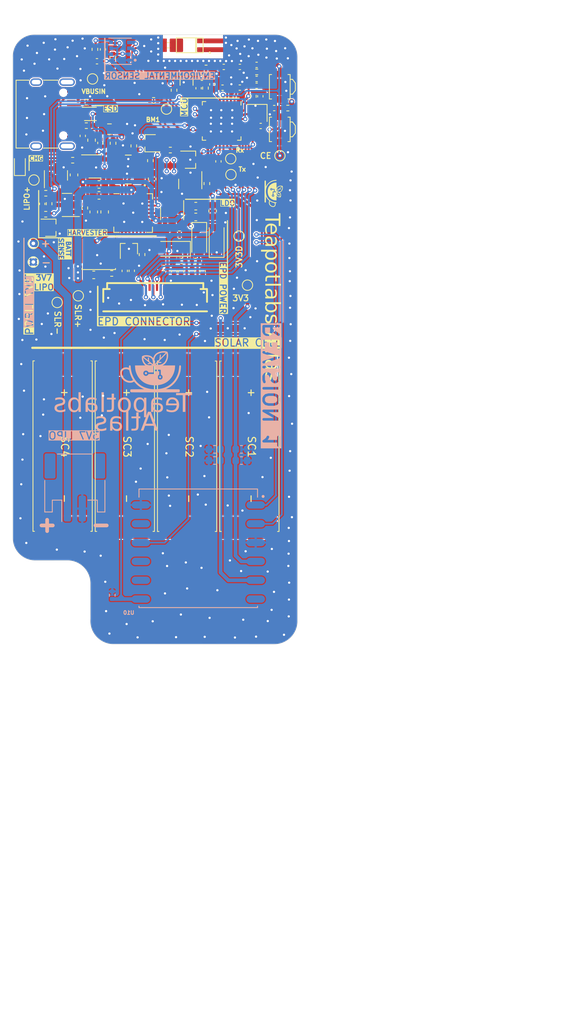
<source format=kicad_pcb>
(kicad_pcb (version 20240108) (generator "pcbnew") (generator_version "8.0")
  (title_block (title "Teapotlabs Plantpal") (date "2024-04-06") (rev "5") (company "Teapot Laboratories"))
  (layers (0 "F.Cu" signal) (1 "In1.Cu" signal) (2 "In2.Cu" signal) (31 "B.Cu" signal) (34 "B.Paste" user) (35 "F.Paste" user) (36 "B.SilkS" user "B.Silkscreen") (37 "F.SilkS" user "F.Silkscreen") (38 "B.Mask" user) (39 "F.Mask" user) (44 "Edge.Cuts" user))
  (net 0 "")
  (net 1 "/Main Controller/ANT_FEED")
  (net 2 "GND")
  (net 3 "Net-(AE1-MPAD)")
  (net 4 "Net-(C1-Pad2)")
  (net 5 "Net-(U1-GPIO1{slash}XTAL_32K_N{slash}ADC1_CH1)")
  (net 6 "Net-(U1-XTAL_N)")
  (net 7 "Net-(C4-Pad2)")
  (net 8 "+3V3")
  (net 9 "Net-(C7-Pad1)")
  (net 10 "/Main Controller/BOOT_MODE1")
  (net 11 "/Main Controller/CHIP_EN")
  (net 12 "/Main Controller/ANT")
  (net 13 "Net-(C17-Pad1)")
  (net 14 "Net-(C18-Pad1)")
  (net 15 "VBUS")
  (net 16 "+BATT")
  (net 17 "Net-(U4-BUFSRC)")
  (net 18 "Net-(U4-BOOST)")
  (net 19 "/Solar Power/BUCK")
  (net 20 "/+3V3D")
  (net 21 "/Main Controller/BATT_MEAS")
  (net 22 "Net-(J4-VDD)")
  (net 23 "Net-(J4-VCOM)")
  (net 24 "Net-(J4-VSL)")
  (net 25 "Net-(J4-VSH)")
  (net 26 "/Display/PREVGL")
  (net 27 "Net-(J4-VGL)")
  (net 28 "Net-(J4-VGH)")
  (net 29 "/Display/PREVGH")
  (net 30 "Net-(D4-K)")
  (net 31 "Net-(D6-A)")
  (net 32 "Net-(D1-K)")
  (net 33 "Net-(J1-CC1)")
  (net 34 "/USB Power/D_IN+")
  (net 35 "/USB Power/D_IN-")
  (net 37 "Net-(J1-CC2)")
  (net 40 "Net-(BT1-+)")
  (net 42 "/Display/GDR")
  (net 43 "/Display/RESE")
  (net 44 "/SCL")
  (net 45 "/SDA")
  (net 46 "/Display/BUSY")
  (net 47 "/Display/RST")
  (net 48 "/Display/DC")
  (net 49 "/Display/CS")
  (net 50 "/Display/SCLK")
  (net 51 "/Display/SDI")
  (net 53 "Net-(U4-SWBOOST)")
  (net 54 "Net-(U4-SWBUCK)")
  (net 55 "/Main Controller/PWR_STATUS")
  (net 56 "/Main Controller/BOOT_MODE0")
  (net 57 "/Power Regulator/LDO_EN")
  (net 58 "Net-(Q4-G)")
  (net 59 "Net-(Q4-D)")
  (net 60 "/Main Controller/BATT_MEAS_EN")
  (net 61 "Net-(U1-XTAL_P)")
  (net 62 "Net-(U1-GPIO0{slash}XTAL_32K_P{slash}ADC1_CH0)")
  (net 63 "/GNSS/GNSS_FORCE_ON")
  (net 64 "Net-(U3-PROG)")
  (net 65 "Net-(U3-STAT)")
  (net 66 "Net-(U7-SDO)")
  (net 67 "Net-(U7-CSB)")
  (net 68 "Net-(U1-U0TXD{slash}GPIO16{slash}FSPICS0)")
  (net 69 "/Solar Power/SOLAR+")
  (net 70 "/Main Controller/USB_D-")
  (net 71 "/Main Controller/USB_D+")
  (net 80 "Net-(Q8-G)")
  (net 81 "/Main Controller/DISPLAY_EN")
  (net 88 "Net-(U1-U0RXD{slash}GPIO17{slash}FSPICS1)")
  (net 89 "/GNSS/GNSS_RXD")
  (net 90 "/GNSS/GNSS_TXD")
  (footprint "TestPoint:TestPoint_Pad_D1.0mm" (layer "F.Cu") (at 121.0056 60.1218)
    (property "Reference" "TP10")
    (property "Value" "3V3D")
  )
  (footprint "Capacitor_SMD:C_0402_1005Metric" (layer "F.Cu") (at 123.378 39.837)
    (property "Reference" "C8")
    (property "Value" "10n")
  )
  (footprint "Capacitor_SMD:C_0603_1608Metric" (layer "F.Cu") (at 115.165 56.08)
    (property "Reference" "C25")
    (property "Value" "10u")
  )
  (footprint "TestPoint:TestPoint_THTPad_D1.0mm_Drill0.5mm" (layer "F.Cu") (at 93.24 61.11)
    (property "Reference" "J2")
    (property "Value" "+LIPO")
  )
  (footprint "Capacitor_SMD:C_0402_1005Metric" (layer "F.Cu") (at 123.878 41.252 90)
    (property "Reference" "C4")
    (property "Value" "10p")
  )
  (footprint "Capacitor_SMD:C_0402_1005Metric" (layer "F.Cu") (at 115.983 38.754 180)
    (property "Reference" "C1")
    (property "Value" "12p")
  )
  (footprint "Capacitor_SMD:C_0603_1608Metric" (layer "F.Cu") (at 109.2768 52.4112 -90)
    (property "Reference" "C21")
    (property "Value" "22u")
  )
  (footprint "Package_DFN_QFN:QFN-28-1EP_5x5mm_P0.5mm_EP3.35x3.35mm" (layer "F.Cu") (at 106.71 57.01)
    (property "Reference" "U4")
    (property "Value" "AEM10941")
  )
  (footprint "Package_DFN_QFN:QFN-32-1EP_5x5mm_P0.5mm_EP3.6x3.6mm" (layer "F.Cu") (at 118.655 44.574 -90)
    (property "Reference" "U1")
    (property "Value" "ESP32-C6FH4")
  )
  (footprint "Capacitor_SMD:C_0603_1608Metric" (layer "F.Cu") (at 98.73 51.865 90)
    (property "Reference" "C20")
    (property "Value" "10u")
  )
  (footprint "Capacitor_SMD:C_0402_1005Metric" (layer "F.Cu") (at 102.64 34.9276 90)
    (property "Reference" "C27")
    (property "Value" "100n")
  )
  (footprint "Capacitor_SMD:C_0402_1005Metric" (layer "F.Cu") (at 118.22 50.04 -90)
    (property "Reference" "C10")
    (property "Value" "100n")
  )
  (footprint "Resistor_SMD:R_0402_1005Metric" (layer "F.Cu") (at 127.59 42.845)
    (property "Reference" "R8")
    (property "Value" "5K1")
  )
  (footprint "Capacitor_SMD:C_0402_1005Metric" (layer "F.Cu") (at 118.775 40.091 180)
    (property "Reference" "C7")
    (property "Value" "100n")
  )
  (footprint "TestPoint:TestPoint_Pad_D1.0mm" (layer "F.Cu") (at 93.325 52.552)
    (property "Reference" "TP6")
    (property "Value" "+LIPO")
  )
  (footprint "atlas:USB_C_Receptacle_XKB_U262-16XN-4BVC11" (layer "F.Cu") (at 94.692 43.661 -90)
    (property "Reference" "J1")
    (property "Value" "U262-161N-4BVC11")
  )
  (footprint "Package_TO_SOT_SMD:SOT-666" (layer "F.Cu") (at 100.943 43.6295)
    (property "Reference" "U2")
    (property "Value" "USBLC6-2P6")
  )
  (footprint "Resistor_SMD:R_0402_1005Metric" (layer "F.Cu") (at 116.66 53.03 90)
    (property "Reference" "R28")
    (property "Value" "1M")
  )
  (footprint "atlas:L_Changjiang_FNR4012S" (layer "F.Cu") (at 102.07 62.375)
    (property "Reference" "L5")
    (property "Value" "10u 1A")
  )
  (footprint "Resistor_SMD:R_0402_1005Metric" (layer "F.Cu") (at 98.55 49.88 180)
    (property "Reference" "R13")
    (property "Value" "1K")
  )
  (footprint "Resistor_SMD:R_0402_1005Metric" (layer "F.Cu") (at 107.915 62.615 -90)
    (property "Reference" "R25")
    (property "Value" "470m")
  )
  (footprint "Package_TO_SOT_SMD:SOT-323_SC-70" (layer "F.Cu") (at 95.57 58.99)
    (property "Reference" "Q5")
    (property "Value" "DMG1012UW")
  )
  (footprint "Capacitor_SMD:C_0402_1005Metric" (layer "F.Cu") (at 99.91 46.6 -90)
    (property "Reference" "C17")
    (property "Value" "10n")
  )
  (footprint "Resistor_SMD:R_0402_1005Metric" (layer "F.Cu") (at 112.23 40.4348 -90)
    (property "Reference" "R4")
    (property "Value" "10K")
  )
  (footprint "Capacitor_SMD:C_0402_1005Metric" (layer "F.Cu") (at 101.8286 36.5252 180)
    (property "Reference" "C28")
    (property "Value" "100n")
  )
  (footprint "atlas:KXOB25-05X3F" (layer "F.Cu") (at 97.49 88.435 -90)
    (property "Reference" "SC4")
    (property "Value" "KXOB25-05X3F-TR")
  )
  (footprint "atlas:Crystal_SMD_3215-2Pin_3.2x1.5mm" (layer "F.Cu") (at 113.92 39.095 -90)
    (property "Reference" "Y1")
    (property "Value" "CM315D32768DZFT")
  )
  (footprint "Capacitor_SMD:C_0402_1005Metric" (layer "F.Cu") (at 123.375 37.015 180)
    (property "Reference" "C14")
    (property "Value" "1u")
  )
  (footprint "Capacitor_SMD:C_0402_1005Metric" (layer "F.Cu") (at 110.87 64.42 180)
    (property "Reference" "C38")
    (property "Value" "1u")
  )
  (footprint "Package_TO_SOT_SMD:SOT-23" (layer "F.Cu") (at 96.29 51.93 90)
    (property "Reference" "Q6")
    (property "Value" "AO3407A")
  )
  (footprint "Capacitor_SMD:C_0603_1608Metric" (layer "F.Cu") (at 115.165 57.54)
    (property "Reference" "C26")
    (property "Value" "10u")
  )
  (footprint "Capacitor_SMD:C_0402_1005Metric" (layer "F.Cu") (at 105.575 64.815 -90)
    (property "Reference" "C36")
    (property "Value" "1u")
  )
  (footprint "Capacitor_SMD:C_0402_1005Metric" (layer "F.Cu") (at 111.4448 34.3622)
    (property "Reference" "C12")
    (property "Value" "DNP")
  )
  (footprint "Capacitor_SMD:C_0603_1608Metric" (layer "F.Cu") (at 116.552 37.562 180)
    (property "Reference" "C5")
    (property "Value" "10u")
  )
  (footprint "Diode_SMD:D_SOD-123" (layer "F.Cu") (at 115.63 60.64 -90)
    (property "Reference" "D4")
    (property "Value" "MBR0530")
  )
  (footprint "Resistor_SMD:R_0402_1005Metric" (layer "F.Cu") (at 103.82 65.16)
    (property "Reference" "R26")
    (property "Value" "1M")
  )
  (footprint "Package_TO_SOT_SMD:SOT-23" (layer "F.Cu") (at 114.42 53.0875 -90)
    (property "Reference" "Q8")
    (property "Value" "PMV32UP")
  )
  (footprint "Inductor_SMD:L_0402_1005Metric" (layer "F.Cu") (at 120.665 38.691 -90)
    (property "Reference" "L2")
    (property "Value" "0")
  )
  (footprint "Resistor_SMD:R_0402_1005Metric" (layer "F.Cu") (at 103.9622 36.0192 -90)
    (property "Reference" "R17")
    (property "Value" "10K")
  )
  (footprint "Resistor_SMD:R_0402_1005Metric" (layer "F.Cu") (at 104 47.59 90)
    (property "Reference" "R12")
    (property "Value" "2K")
  )
  (footprint "TestPoint:TestPoint_Pad_D1.0mm" (layer "F.Cu") (at 119.91 51.82)
    (property "Reference" "TP1" (hide yes))
    (property "Value" "DL_TXD0")
  )
  (footprint "Resistor_SMD:R_0402_1005Metric" (layer "F.Cu") (at 94.91 57.17 180)
    (property "Reference" "R23")
    (property "Value" "1M")
  )
  (footprint "atlas:Crystal_SMD_2016-4Pin_2.0x1.6mm" (layer "F.Cu") (at 123.435 43.5 180)
    (property "Reference" "Y2")
    (property "Value" "R940000171")
  )
  (footprint "Capacitor_SMD:C_0603_1608Metric" (layer "F.Cu") (at 102.105 53.15 180)
    (property "Reference" "C19")
    (property "Value" "10u")
  )
  (footprint "Diode_SMD:D_SOD-123" (layer "F.Cu") (at 117.98 60.635 90)
    (property "Reference" "D5")
    (property "Value" "MBR0530")
  )
  (footprint "Resistor_SMD:R_0402_1005Metric" (layer "F.Cu") (at 95.37 55.75 90)
    (property "Reference" "R20")
    (property "Value" "4K7")
  )
  (footprint "TestPoint:TestPoint_THTPad_D1.0mm_Drill0.5mm" (layer "F.Cu") (at 93.24 63.62)
    (property "Reference" "J3")
    (property "Value" "-LIPO")
  )
  (footprint "atlas:TeapotLogo4mm" (layer "F.Cu") (at 125.719857 54.35104 -90)
    (property "Reference" "G***")
    (property "Value" "LOGO" (hide yes))
  )
  (footprint "Capacitor_SMD:C_0402_1005Metric" (layer "F.Cu") (at 123.926 45.262 180)
    (property "Reference" "C3")
    (property "Value" "10p")
  )
  (footprint "atlas:SW_SPST_B3U-3000P" (layer "F.Cu") (at 126.5 45.72 -90)
    (property "Reference" "SW1")
    (property "Value" "B3U-3000P")
  )
  (footprint "Capacitor_SMD:C_0603_1608Metric" (layer "F.Cu") (at 117.44 56.73 -90)
    (property "Reference" "C24")
    (property "Value" "10u")
  )
  (footprint "Capacitor_SMD:C_0402_1005Metric" (layer "F.Cu") (at 125.75 42.845 180)
    (property "Reference" "C13")
    (property "Value" "100n")
  )
  (footprint "Capacitor_SMD:C_0402_1005Metric" (layer "F.Cu") (at 113.171 64.8654 -90)
    (property "Reference" "C34")
    (property "Value" "1u")
  )
  (footprint "Package_TO_SOT_SMD:SOT-323_SC-70" (layer "F.Cu") (at 106.14 61.84 90)
    (property "Reference" "Q7")
    (property "Value" "SI1308EDL")
  )
  (footprint "atlas:KXOB25-05X3F" (layer "F.Cu") (at 122.7 88.455 -90)
    (property "Reference" "SC1")
    (property "Value" "KXOB25-05X3F-TR")
  )
  (footprint "Diode_SMD:D_SOD-123" (layer "F.Cu") (at 112.08 61.84 180)
    (property "Reference" "D6")
    (property "Value" "MBR0530")
  )
  (footprint "Resistor_SMD:R_0402_1005Metric" (layer "F.Cu") (at 122.93 41.25 90)
    (property "Reference" "R1")
    (property "Value" "22")
  )
  (footprint "Capacitor_SMD:C_0402_1005Metric" (layer "F.Cu") (at 112.246 64.8654 -90)
    (property "Reference" "C31")
    (property "Value" "1u")
  )
  (footprint "Capacitor_SMD:C_0402_1005Metric" (layer "F.Cu") (at 117.403 39.639 90)
    (property "Reference" "C11")
    (property "Value" "100n")
  )
  (footprint "TestPoint:TestPoint_Pad_D1.0mm" (layer "F.Cu") (at 122.14 66.74)
    (property "Reference" "TP5")
    (property "Value" "3V3")
  )
  (footprint "Resistor_SMD:R_0402_1005Metric" (layer "F.Cu") (at 100.1902 56.33 -90)
    (property "Reference" "R22")
    (property "Value" "1M")
  )
  (footprint "Inductor_SMD:L_0402_1005Metric" (layer "F.Cu") (at 119.215 38.696 -90)
    (property "Reference" "L1")
    (property "Value" "2n2")
  )
  (footprint "Capacitor_SMD:C_0603_1608Metric" (layer "F.Cu") (at 101.395 65.355)
    (property "Reference" "C41")
    (property "Value" "4u7")
  )
  (footprint "TestPoint:TestPoint_Pad_D1.0mm" (layer "F.Cu") (at 111.21 42.98)
    (property "Reference" "TP7")
    (property "Value" "BOOT_MODE1")
  )
  (footprint "Capacitor_SMD:C_0402_1005Metric" (layer "F.Cu") (at 114.671 64.8454 -90)
    (property "Reference" "C33")
    (property "Value" "1u")
  )
  (footprint "atlas:RFECA3216060A1T" (layer "F.Cu") (at 114.5498 34.3682)
    (property "Reference" "AE1")
    (property "Value" "RFECA3216060A1T")
  )
  (footprint "Resistor_SMD:R_0402_1005Metric" (layer "F.Cu") (at 109.04 49.94 -90)
    (property "Reference" "R7")
    (property "Value" "1M")
  )
  (footprint "Capacitor_SMD:C_0402_1005Metric" (layer "F.Cu") (at 94.44 55.77 -90)
    (property "Reference" "C29")
    (property "Value" "100n")
  )
  (footprint "Resistor_SMD:R_0402_1005Metric" (layer "F.Cu") (at 94.92 54.34)
    (property "Reference" "R21")
    (property "Value" "10K")
  )
  (footprint "atlas:FPC-SMD_24P-P0.50_HC-FPC-05-09-24RLTAG" (layer "F.Cu") (at 109.68 68.365 180)
    (property "Reference" "J4")
    (property "Value" "HC-FPC-05-09-24RLTAG")
  )
  (footprint "TestPoint:TestPoint_Pad_D1.0mm" (layer "F.Cu") (at 126.52 49.27)
    (property "Reference" "TP9")
    (property "Value" "CHIP_EN")
  )
  (footprint "Resistor_SMD:R_0402_1005Metric" (layer "F.Cu") (at 106.8 47.95 90)
    (property "Reference" "R6")
    (property "Value" "10K")
  )
  (footprint "Package_TO_SOT_SMD:SOT-23-5" (layer "F.Cu") (at 111.97 57.1175 -90)
    (property "Reference" "U6")
    (property "Value" "XC6220")
  )
  (footprint "Resistor_SMD:R_0402_1005Metric" (layer "F.Cu") (at 111.73 48.51 180)
    (property "Reference" "R29")
    (property "Value" "1M")
  )
  (footprint "Capacitor_SMD:C_0603_1608Metric" (layer "F.Cu") (at 101.3936 56.8602 90)
    (property "Reference" "C23")
    (property "Value" "10u")
  )
  (footprint "TestPoint:TestPoint_Pad_D1.0mm" (layer "F.Cu") (at 101.23 38.91)
    (property "Reference" "TP8")
    (property "Value" "VBUS_IN")
  )
  (footprint "TestPoint:TestPoint_Pad_D1.0mm" (layer "F.Cu") (at 99.31 68.18 90)
    (property "Reference" "TP3")
    (property "Value" "SOLAR+")
  )
  (footprint "Capacitor_SMD:C_0402_1005Metric" (layer "F.Cu") (at 113.285 63.465)
    (property "Reference" "C39")
    (property "Value" "1u")
  )
  (footprint "Capacitor_SMD:C_0402_1005Metric" (layer "F.Cu") (at 115.543 40.168 -90)
    (property "Reference" "C2")
    (property "Value" "12p")
  )
  (footprint "Capacitor_SMD:C_0402_1005Metric" (layer "F.Cu") (at 118.943 37.29 180)
    (property "Reference" "C6")
    (property "Value" "100n")
  )
  (footprint "Package_TO_SOT_SMD:SOT-23" (layer "F.Cu") (at 97.7825 55.92 180)
    (property "Reference" "Q4")
    (property "Value" "PMV32UP")
  )
  (footprint "Capacitor_SMD:C_0402_1005Metric" (layer "F.Cu") (at 121.115 37.291 180)
    (property "Reference" "C15")
    (property "Value" "DNP")
  )
  (footprint "atlas:IND_LPS4012-103MRB" (layer "F.Cu") (at 106.055 51.14 180)
    (property "Reference" "L3")
    (property "Value" "10u 0.55A")
  )
  (footprint "Fuse:Fuse_0805_2012Metric" (layer "F.Cu") (at 103.51 45.69)
    (property "Reference" "F1")
    (property "Value" "0.75A")
  )
  (footprint "Resistor_SMD:R_0402_1005Metric" (layer "F.Cu") (at 100.39 45.22)
    (property "Reference" "R11")
    (property "Value" "5K1")
  )
  (footprint "Inductor_SMD:L_0603_1608Metric" (layer "F.Cu") (at 102.8668 56.8602 90)
    (property "Reference" "L4")
    (property "Value" "10u")
  )
  (footprint "TestPoint:TestPoint_Pad_D1.0mm" (layer "F.Cu") (at 96.46 69.08 90)
    (property "Reference" "TP4")
    (property "Value" "SOLAR-")
  )
  (footprint "atlas:SW_SPST_B3U-3000P" (layer "F.Cu") (at 126.5 39.97 -90)
    (property "Reference" "SW2")
    (property "Value" "B3U-3000P")
  )
  (footprint "Capacitor_SMD:C_0402_1005Metric" (layer "F.Cu") (at 116.096 64.8504 -90)
    (property "Reference" "C32")
    (property "Value" "1u")
  )
  (footprint "Capacitor_SMD:C_0402_1005Metric" (layer "F.Cu") (at 123.378 38.915)
    (property "Reference" "C9")
    (property "Value" "1u")
  )
  (footprint "Resistor_SMD:R_0402_1005Metric" (layer "F.Cu") (at 116.473 40.147 90)
    (property "Reference" "R2")
    (property "Value" "22")
  )
  (footprint "Capacitor_SMD:C_0402_1005Metric" (layer "F.Cu") (at 106.525 64.805 -90)
    (property "Reference" "C37")
    (property "Value" "1u")
  )
  (footprint "Package_TO_SOT_SMD:SOT-23-5" (layer "F.Cu") (at 101.55 50.72)
    (property "Reference" "U3")
    (property "Value" "MCP73831T-2ACI/OT")
  )
  (footprint "atlas:KXOB25-05X3F" (layer "F.Cu") (at 114.29 88.455 -90)
    (property "Reference" "SC2")
    (property "Value" "KXOB25-05X3F-TR")
  )
  (footprint "Capacitor_SMD:C_0402_1005Metric" (layer "F.Cu") (at 121.105 40.081)
    (property "Reference" "C16")
    (property "Value" "DNP")
  )
  (footprint "Package_TO_SOT_SMD:SOT-323_SC-70" (layer "F.Cu") (at 109.03 47.59 180)
    (property "Reference" "Q1")
    (property "Value" "DMG1012UW")
  )
  (footprint "atlas:KXOB25-05X3F" (layer "F.Cu") (at 105.89 88.445 -90)
    (property "Reference" "SC3")
    (property "Value" "KXOB25-05X3F-TR")
  )
  (footprint "Capacitor_SMD:C_0603_1608Metric" (layer "F.Cu") (at 102.1048 54.625 180)
    (property "Reference" "C22")
    (property "Value" "22u")
  )
  (footprint "LED_SMD:LED_0603_1608Metric" (layer "F.Cu") (at 91.42 50.4625 90)
    (property "Reference" "D1")
    (property "Value" "VLMO1300-GS08")
  )
  (footprint "Inductor_SMD:L_0603_1608Metric" (layer "F.Cu") (at 101.1 47.1775 -90)
    (property "Reference" "FB1")
    (property "Value" "MMZ1608B601CTAH0")
  )
  (footprint "Package_TO_SOT_SMD:SOT-323_SC-70" (layer "F.Cu") (at 114.42 49.81)
    (property "Reference" "Q9")
    (property "Value" "DMG1012UW")
  )
  (footprint "Capacitor_SMD:C_0603_1608Metric" (layer "F.Cu") (at 112.955 59.94 180)
    (property "Reference" "C40")
    (property "Value" "4u7")
  )
  (footprint "Capacitor_SMD:C_0402_1005Metric" (layer "F.Cu") (at 102.29 47.55 90)
    (property "Reference" "C18")
    (property "Value" "100n")
  )
  (footprint "TestPoint:TestPoint_Pad_D1.0mm" (layer "F.Cu") (at 119.88 49.68)
    (property "Reference" "TP2" (hide yes))
    (property "Value" "DL_RXD0")
  )
  (footprint "Resistor_SMD:R_0402_1005Metric" (layer "F.Cu") (at 100.386 42.056)
    (property "Reference" "R10")
    (property "Value" "5K1")
  )
  (footprint "Resistor_SMD:R_0402_1005Metric" (layer "F.Cu") (at 109.474 41.8084)
    (property "Reference" "R3")
    (property "Value" "10K")
  )
  (footprint "Resistor_SMD:R_0402_1005Metric" (layer "F.Cu") (at 101.5492 34.9176 -90)
    (property "Reference" "R16")
    (property "Value" "10K")
  )
  (footprint "Resistor_SMD:R_0402_1005Metric" (layer "F.Cu") (at 123.39 37.965)
    (property "Reference" "R9")
    (property "Value" "10K")
  )
  (footprint "Capacitor_SMD:C_0402_1005Metric" (layer "F.Cu") (at 115.121 63.4704)
    (property "Reference" "C35")
    (property "Value" "1u")
  )
  (footprint "Capacitor_SMD:C_0603_1608Metric" (layer "B.Cu") (at 117.705 88.9 180)
    (property "Reference" "C43" (hide yes))
    (property "Value" "4u7")
  )
  (footprint "Capacitor_SMD:C_0603_1608Metric" (layer "B.Cu") (at 121.325 90.41)
    (property "Reference" "C44" (hide yes))
    (property "Value" "100n")
  )
  (footprint "atlas:BME680-PSON80P300X300X100-8N" (layer "B.Cu") (at 104.94 35.18)
    (property "Reference" "U7")
    (property "Value" "BME688")
  )
  (footprint "atlas:TeapotLogo" (layer "B.Cu") (at 109.534433 78.359975 180)
    (property "Reference" "G***")
    (property "Value" "LOGO" (hide yes))
  )
  (footprint "atlas:JST_PH_S2B-PH-SM4-TB_1x02-1MP_P2.00mm_Horizontal" (layer "B.Cu") (at 98.84 94.04)
    (property "Reference" "BT1")
    (property "Value" "S2B-PH-SM4-TB(LF)(SN)")
  )
  (footprint "atlas:L86-M33" (layer "B.Cu") (at 115.5 102.75 180)
    (property "Reference" "U10")
    (property "Value" "L86-M33")
  )
  (footprint "Resistor_SMD:R_0402_1005Metric" (layer "B.Cu") (at 103.89 108.58 90)
    (property "Reference" "R15")
    (property "Value" "1M")
  )
  (footprint "Capacitor_SMD:C_0603_1608Metric" (layer "B.Cu") (at 117.705 90.4 180)
    (property "Reference" "C42" (hide yes))
    (property "Value" "100n")
  )
  (footprint "Capacitor_SMD:C_0603_1608Metric" (layer "B.Cu") (at 121.325 88.9)
    (property "Reference" "C45" (hide yes))
    (property "Value" "10u")
  )
  (gr_line (start 91.97 60.41) (end 91.97 72.38) (stroke (width 0.15)) (layer "B.SilkS"))
  (gr_line (start 102.89 33.44) (end 102.89 38.9275) (stroke (width 0.2)) (layer "B.SilkS"))
  (gr_line (start 91.97 73.34) (end 91.97 60.42) (stroke (width 0.15)) (layer "F.SilkS"))
  (gr_line (start 113.7825 55.15) (end 120.38 55.15) (stroke (width 0.15)) (layer "F.SilkS"))
  (gr_line (start 102.7 42.5) (end 101.57 42.5) (stroke (width 0.15)) (layer "F.SilkS"))
  (gr_line (start 92.67 51.26) (end 92.67 49.27) (stroke (width 0.15)) (layer "F.SilkS"))
  (gr_line (start 101.93 66.915) (end 101.93 72.2) (stroke (width 0.2)) (layer "F.SilkS"))
  (gr_line (start 113.11 41.49) (end 121.02 41.49) (stroke (width 0.15)) (layer "F.SilkS"))
  (gr_line (start 119.44 70.56) (end 119.44 58.04) (stroke (width 0.15)) (layer "F.SilkS"))
  (gr_line (start 98.37 60.35) (end 93.9625 60.35) (stroke (width 0.15)) (layer "F.SilkS"))
  (gr_circle (center 108.2802 53.2638) (end 108.204 53.2384) (stroke (width 0.15)) (fill none) (layer "F.SilkS"))
  (gr_line (start 126.59 75.19) (end 93.1 75.2) (stroke (width 0.3)) (layer "F.SilkS"))
  (gr_line (start 103.19 60.1) (end 109.83 60.1) (stroke (width 0.15)) (layer "F.SilkS"))
  (gr_line (start 93.9625 60.35) (end 93.96 53.97) (stroke (width 0.15)) (layer "F.SilkS"))
  (gr_arc (start 125.88 32.94) (mid 128.00132 33.81868) (end 128.88 35.94) (stroke (width 0.05)) (layer "Edge.Cuts"))
  (gr_line (start 93.37736 32.94) (end 125.88 32.94) (stroke (width 0.05)) (layer "Edge.Cuts"))
  (gr_line (start 100.948686 107.001314) (end 100.95 111.75) (stroke (width 0.05)) (layer "Edge.Cuts"))
  (gr_arc (start 97.96 103.88) (mid 100.081028 104.8406) (end 100.948686 107.001314) (stroke (width 0.05)) (layer "Edge.Cuts"))
  (gr_line (start 93.47868 103.88132) (end 95.67868 103.88132) (stroke (width 0.05)) (layer "Edge.Cuts"))
  (gr_line (start 128.88 100.90868) (end 128.88 112.2) (stroke (width 0.05)) (layer "Edge.Cuts"))
  (gr_arc (start 93.47868 103.88132) (mid 91.357366 103.002634) (end 90.47868 100.88132) (stroke (width 0.05)) (layer "Edge.Cuts"))
  (gr_line (start 100.95 111.75) (end 100.941314 112.058686) (stroke (width 0.05)) (layer "Edge.Cuts"))
  (gr_arc (start 103.93 115.18) (mid 101.808972 114.2194) (end 100.941314 112.058686) (stroke (width 0.05)) (layer "Edge.Cuts"))
  (gr_line (start 95.67868 103.88132) (end 97.96 103.88) (stroke (width 0.05)) (layer "Edge.Cuts"))
  (gr_line (start 125.758686 115.188686) (end 103.93 115.18) (stroke (width 0.05)) (layer "Edge.Cuts"))
  (gr_arc (start 90.478681 36.009471) (mid 91.266436 33.849963) (end 93.37736 32.94) (stroke (width 0.05)) (layer "Edge.Cuts"))
  (gr_arc (start 128.88 112.2) (mid 127.9194 114.321028) (end 125.758686 115.188686) (stroke (width 0.05)) (layer "Edge.Cuts"))
  (gr_line (start 90.478681 100.88132) (end 90.478681 36.009471) (stroke (width 0.05)) (layer "Edge.Cuts"))
  (gr_line (start 128.88 100.90868) (end 128.88 35.94) (stroke (width 0.05)) (layer "Edge.Cuts"))
  (gr_text "Atlas" (at 110.1 86.8 0) (layer "B.SilkS") (effects (font (size 2.5 2.5)) (justify left bottom mirror)))
  (gr_text "+" (at 95.58 61.68 0) (layer "B.SilkS") (effects (font (size 1 1)) (justify left bottom mirror)))
  (gr_text "-" (at 103.95 100.2 0) (layer "B.SilkS") (effects (font (size 2 2) (thickness 0.5) (bold yes)) (justify left bottom mirror)))
  (gr_text "3V7 LIPO" (at 102.25 87.65 0) (layer "B.SilkS" knockout) (effects (font (size 1 1)) (justify left bottom mirror)))
  (gr_text "+" (at 96.67 100.2 0) (layer "B.SilkS") (effects (font (size 2 2) (thickness 0.5) (bold yes)) (justify left bottom mirror)))
  (gr_text "ENVIRONMENTAL SENSOR" (at 117.87 38.96 0) (layer "B.SilkS" knockout) (effects (font (size 0.8 0.8)) (justify left bottom mirror)))
  (gr_text "-" (at 95.66 64.24 0) (layer "B.SilkS") (effects (font (size 1 1)) (justify left bottom mirror)))
  (gr_text "3V7 LIPO" (at 93.28 65.5 90) (layer "B.SilkS" knockout) (effects (font (size 1 1)) (justify left bottom mirror)))
  (gr_text "Teapotlabs" (at 114.65 84.27 0) (layer "B.SilkS") (effects (font (size 2.5 2.5)) (justify left bottom mirror)))
  (gr_text "REVISION 1" (at 126.59 71.57 90) (layer "B.SilkS" knockout) (effects (font (size 2 2) (thickness 0.35) (bold yes)) (justify left bottom mirror)))
  (gr_text "SLR-" (at 96.04 70.13 270) (layer "F.SilkS") (effects (font (size 0.8 0.8)) (justify left bottom)))
  (gr_text "3V3" (at 120.02 68.96 0) (layer "F.SilkS") (effects (font (size 0.8 0.8)) (justify left bottom)))
  (gr_text "SLR+" (at 98.81 69.21 270) (layer "F.SilkS") (effects (font (size 0.8 0.8)) (justify left bottom)))
  (gr_text "3V7\nLIPO" (at 94.66 67.49 0) (layer "F.SilkS" knockout) (effects (font (size 0.8 0.8)) (justify bottom)))
  (gr_text "EPD CONNECTOR " (at 101.79 72.24 0) (layer "F.SilkS" knockout) (effects (font (size 1 1)) (justify left bottom)))
  (gr_text "Tx" (at 120.86 51.45 0) (layer "F.SilkS") (effects (font (size 0.6 0.6)) (justify left bottom)))
  (gr_text "ESD" (at 103.65 43.36 0) (layer "F.SilkS" knockout) (effects (font (size 0.7 0.7) (thickness 0.125)) (justify bottom)))
  (gr_text "HARVESTER" (at 100.51 60.05 0) (layer "F.SilkS" knockout) (effects (font (size 0.65 0.65) (thickness 0.125)) (justify bottom)))
  (gr_text "Rx" (at 120.47 48.89 0) (layer "F.SilkS") (effects (font (size 0.6 0.6)) (justify left bottom)))
  (gr_text "BATT\nSENSE" (at 96.65 61.82 -90) (layer "F.SilkS" knockout) (effects (font (size 0.6 0.6)) (justify bottom)))
  (gr_text "CHG" (at 93.61 50 0) (layer "F.SilkS" knockout) (effects (font (size 0.6 0.6) (thickness 0.125)) (justify bottom)))
  (gr_text "MCU" (at 114.09 42.72 90) (layer "F.SilkS" knockout) (effects (font (size 0.8 0.8) (thickness 0.125)) (justify bottom)))
  (gr_text "3V3D" (at 121.4882 64.516 90) (layer "F.SilkS") (effects (font (size 0.8 0.8)) (justify left bottom)))
  (gr_text "-" (at 94.28 64.24 0) (layer "F.SilkS") (effects (font (size 1 1)) (justify left bottom)))
  (gr_text "VBUSIN" (at 99.67 40.95 0) (layer "F.SilkS") (effects (font (size 0.6 0.6)) (justify left bottom)))
  (gr_text "EPD POWER" (at 118.37 67.12 270) (layer "F.SilkS" knockout) (effects (font (size 0.8 0.8)) (justify bottom)))
  (gr_text "SOLAR CELL" (at 122.18 75.1 0) (layer "F.SilkS" knockout) (effects (font (size 1 1)) (justify bottom)))
  (gr_text "LIPO+" (at 92.78 56.75 90) (layer "F.SilkS") (effects (font (size 0.7 0.7)) (justify left bottom)))
  (gr_text "PWR INPUT" (at 93.3 73.56 90) (layer "F.SilkS" knockout) (effects (font (size 1 1)) (justify left bottom)))
  (gr_text "CE" (at 123.73 49.75 0) (layer "F.SilkS") (effects (font (size 0.8 0.8)) (justify left bottom)))
  (gr_text "BM1" (at 108.36 44.76 0) (layer "F.SilkS") (effects (font (size 0.6 0.6)) (justify left bottom)))
  (gr_text "+" (at 94.19 61.68 0) (layer "F.SilkS") (effects (font (size 1 1)) (justify left bottom)))
  (gr_text "LDO" (at 119.45 56.09 0) (layer "F.SilkS" knockout) (effects (font (size 0.7 0.7) (thickness 0.125)) (justify bottom)))
  (gr_text "Teapotlabs Atlas" (at 124.21 57.04 270) (layer "F.SilkS") (effects (font (size 2 2)) (justify left bottom)))
  (segment (start 119.302944 34.964) (end 118.8466 34.964) (width 0.255) (layer "F.Cu") (net 1))
  (segment (start 120.665 37.321) (end 120.635 37.291) (width 0.255) (layer "F.Cu") (net 1))
  (segment (start 120.283528 35.447528) (end 120.151472 35.315472) (width 0.255) (layer "F.Cu") (net 1))
  (segment (start 120.665 38.206) (end 120.665 37.321) (width 0.255) (layer "F.Cu") (net 1))
  (segment (start 116.398185 34.964) (end 118.8466 34.964) (width 0.65) (layer "F.Cu") (net 1))
  (segment (start 120.635 37.291) (end 120.635 36.296056) (width 0.255) (layer "F.Cu") (net 1))
  (arc (start 120.151472 35.315472) (mid 119.762164 35.055345) (end 119.302944 34.964) (width 0.255) (layer "F.Cu") (net 1))
  (arc (start 120.283528 35.447528) (mid 120.543655 35.836836) (end 120.635 36.296056) (width 0.255) (layer "F.Cu") (net 1))
  (segment (start 105.52 58.2) (end 106.71 57.01) (width 0.25) (layer "F.Cu") (net 2))
  (segment (start 107.21 59.46) (end 107.21 57.51) (width 0.25) (layer "F.Cu") (net 2))
  (segment (start 105.21 59.46) (end 105.21 58.51) (width 0.25) (layer "F.Cu") (net 2))
  (segment (start 107.21 57.51) (end 106.72 57.02) (width 0.25) (layer "F.Cu") (net 2))
  (segment (start 106.66 56.96) (end 106.71 57.01) (width 0.25) (layer "F.Cu") (net 2))
  (segment (start 107.94 58.24) (end 107.94 58.21) (width 0.25) (layer "F.Cu") (net 2))
  (segment (start 126.5 41.67) (end 126.5745 41.67) (width 0.5) (layer "F.Cu") (net 2))
  (segment (start 106.72 56.96) (end 106.66 56.96) (width 0.25) (layer "F.Cu") (net 2))
  (segment (start 105.21 58.51) (end 105.5 58.22) (width 0.25) (layer "F.Cu") (net 2))
  (segment (start 108.21 58.51) (end 107.94 58.24) (width 0.25) (layer "F.Cu") (net 2))
  (segment (start 107.91 58.21) (end 106.71 57.01) (width 0.25) (layer "F.Cu") (net 2))
  (segment (start 116.5218 33.782) (end 120.8158 33.782) (width 0.65) (layer "F.Cu") (net 2))
  (segment (start 105.71 59.46) (end 105.71 58.01) (width 0.25) (layer "F.Cu") (net 2))
  (segment (start 109.16 58.51) (end 108.21 58.51) (width 0.25) (layer "F.Cu") (net 2))
  (segment (start 106.21 59.46) (end 106.21 57.51) (width 0.25) (layer "F.Cu") (net 2))
  (segment (start 107.94 58.21) (end 107.91 58.21) (width 0.25) (layer "F.Cu") (net 2))
  (segment (start 105.5 58.2) (end 105.52 58.2) (width 0.25) (layer "F.Cu") (net 2))
  (segment (start 104.26 58.51) (end 105.21 58.51) (width 0.25) (layer "F.Cu") (net 2))
  (segment (start 106.21 57.51) (end 106.71 57.01) (width 0.25) (layer "F.Cu") (net 2))
  (segment (start 105.5 58.22) (end 105.5 58.2) (width 0.25) (layer "F.Cu") (net 2))
  (segment (start 106.72 57.02) (end 106.72 56.96) (width 0.25) (layer "F.Cu") (net 2))
  (segment (start 105.71 58.01) (end 106.71 57.01) (width 0.25) (layer "F.Cu") (net 2))
  (via (at 118.6054 43.1292) (size 0.6) (drill 0.3) (layers "F.Cu" "B.Cu") (net 2))
  (via (at 109.35 112.1) (size 0.6) (drill 0.3) (layers "F.Cu" "B.Cu") (net 2))
  (via (at 102.77 38.12) (size 0.6) (drill 0.3) (layers "F.Cu" "B.Cu") (net 2))
  (via (at 125.43 102.34) (size 0.6) (drill 0.3) (layers "F.Cu" "B.Cu") (net 2))
  (via (at 128.14 98.05) (size 0.6) (drill 0.3) (layers "F.Cu" "B.Cu") (net 2))
  (via (at 121.57 111.89) (size 0.6) (drill 0.3) (layers "F.Cu" "B.Cu") (net 2))
  (via (at 91.77 58.15) (size 0.6) (drill 0.3) (layers "F.Cu" "B.Cu") (net 2))
  (via (at 120.0912 43.1292) (size 0.6) (drill 0.3) (layers "F.Cu" "B.Cu") (net 2))
  (via (at 105.3338 47.879) (size 0.6) (drill 0.3) (layers "F.Cu" "B.Cu") (net 2))
  (via (at 127.23 34.77) (size 0.6) (drill 0.3) (layers "F.Cu" "B.Cu") (net 2))
  (via (at 121.76 72.56) (size 0.6) (drill 0.3) (layers "F.Cu" "B.Cu") (net 2))
  (via (at 113.8968 36.4842) (size 0.6) (drill 0.3) (layers "F.Cu" "B.Cu") (net 2))
  (via (at 127.71 99.5) (size 0.6) (drill 0.3) (layers "F.Cu" "B.Cu") (net 2))
  (via (at 116.405679 74.277106) (size 0.6) (drill 0.3) (layers "F.Cu" "B.Cu") (net 2))
  (via (at 95.6818 73.3298) (size 0.6) (drill 0.3) (layers "F.Cu" "B.Cu") (net 2))
  (via (at 100.16 102.69) (size 0.6) (drill 0.3) (layers "F.Cu" "B.Cu") (net 2))
  (via (at 116.7 81.14) (size 0.6) (drill 0.3) (layers "F.Cu" "B.Cu") (net 2))
  (via (at 124.85 70.87) (size 0.6) (drill 0.3) (layers "F.Cu" "B.Cu") (net 2))
  (via (at 126.01 35.15) (size 0.6) (drill 0.3) (layers "F.Cu" "B.Cu") (net 2))
  (via (at 102.82 39.76) (size 0.6) (drill 0.3) (layers "F.Cu" "B.Cu") (net 2))
  (via (at 118.4688 36.4842) (size 0.6) (drill 0.3) (layers "F.Cu" "B.Cu") (net 2))
  (via (at 111.53 95.14) (size 0.6) (drill 0.3) (layers "F.Cu" "B.Cu") (net 2))
  (via (at 127.87 64.86) (size 0.6) (drill 0.3) (layers "F.Cu" "B.Cu") (net 2))
  (via (at 127.76 81.71) (size 0.6) (drill 0.3) (layers "F.Cu" "B.Cu") (net 2))
  (via (at 117.1956 44.958) (size 0.6) (drill 0.3) (layers "F.Cu" "B.Cu") (net 2))
  (via (at 101.854 62.6872) (size 0.6) (drill 0.3) (layers "F.Cu" "B.Cu") (net 2))
  (via (at 119.47 96.47) (size 0.6) (drill 0.3) (layers "F.Cu" "B.Cu") (net 2))
  (via (at 94.68 62.86) (size 0.6) (drill 0.3) (layers "F.Cu" "B.Cu") (net 2))
  (via (at 117.18 72.59) (size 0.6) (drill 0.3) (layers "F.Cu" "B.Cu") (net 2))
  (via (at 99.83 48.17) (size 0.6) (drill 0.3) (layers "F.Cu" "B.Cu") (net 2))
  (via (at 95.1992 70.5612) (size 0.6) (drill 0.3) (layers "F.Cu" "B.Cu") (net 2))
  (via (at 100.9 41.27) (size 0.6) (drill 0.3) (layers "F.Cu" "B.Cu") (net 2))
  (via (at 123.23 69.88) (size 0.6) (drill 0.3) (layers "F.Cu" "B.Cu") (net 2))
  (via (at 101.71 50.86) (size 0.6) (drill 0.3) (layers "F.Cu" "B.Cu") (net 2))
  (via (at 93.726 35.4076) (size 0.6) (drill 0.3) (layers "F.Cu" "B.Cu") (net 2))
  (via (at 127.85 66.2) (size 0.6) (drill 0.3) (layers "F.Cu" "B.Cu") (net 2))
  (via (at 127.59 36.13) (size 0.6) (drill 0.3) (layers "F.Cu" "B.Cu") (net 2))
  (via (at 97.99 64.45) (size 0.6) (drill 0.3) (layers "F.Cu" "B.Cu") (net 2))
  (via (at 99.1362 35.8394) (size 0.6) (drill 0.3) (layers "F.Cu" "B.Cu") (net 2))
  (via (at 121.158 35.5346) (size 0.6) (drill 0.3) (layers "F.Cu" "B.Cu") (net 2))
  (via (at 110.0948 33.3242) (size 0.6) (drill 0.3) (layers "F.Cu" "B.Cu") (net 2))
  (via (at 127.2 45.92) (size 0.6) (drill 0.3) (layers "F.Cu" "B.Cu") (net 2))
  (via (at 119.2308 33.3302) (size 0.6) (drill 0.3) (layers "F.Cu" "B.Cu") (net 2))
  (via (at 102.33 63.83) (size 0.6) (drill 0.3) (layers "F.Cu" "B.Cu") (net 2))
  (via (at 124.7 36.03) (size 0.6) (drill 0.3) (layers "F.Cu" "B.Cu") (net 2))
  (via (at 92.29 101.53) (size 0.6) (drill 0.3) (layers "F.Cu" "B.Cu") (net 2))
  (via (at 123.46 55.32) (size 0.6) (drill 0.3) (layers "F.Cu" "B.Cu") (net 2))
  (via (at 94.57 84.21) (size 0.6) (drill 0.3) (layers "F.Cu" "B.Cu") (net 2))
  (via (at 115.44 95) (size 0.6) (drill 0.3) (layers "F.Cu" "B.Cu") (net 2))
  (via (at 94.67 82.15) (size 0.6) (drill 0.3) (layers "F.Cu" "B.Cu") (net 2))
  (via (at 98.09 65.78) (size 0.6) (drill 0.3) (layers "F.Cu" "B.Cu") (net 2))
  (via (at 125.29 90.04) (size 0.6) (drill 0.3) (layers "F.Cu" "B.Cu") (net 2))
  (via (at 124.87 105.39) (size 0.6) (drill 0.3) (layers "F.Cu" "B.Cu") (net 2))
  (via (at 110.72 102.92) (size 0.6) (drill 0.3) (layers "F.Cu" "B.Cu") (net 2))
  (via (at 99.88 33.47) (size 0.6) (drill 0.3) (layers "F.Cu" "B.Cu") (net 2))
  (via (at 128.1 51.41) (size 0.6) (drill 0.3) (layers "F.Cu" "B.Cu") (net 2))
  (via (at 127.9 89.14) (size 0.6) (drill 0.3) (layers "F.Cu" "B.Cu") (net 2))
  (via (at 105.83 112.47) (size 0.6) (drill 0.3) (layers "F.Cu" "B.Cu") (net 2))
  (via (at 123.4 57.96) (size 0.6) (drill 0.3) (layers "F.Cu" "B.Cu") (net 2))
  (via (at 92.3 46.4) (size 0.6) (drill 0.3) (layers "F.Cu" "B.Cu") (net 2))
  (via (at 119.48 72.56) (size 0.6) (drill 0.3) (layers "F.Cu" "B.Cu") (net 2))
  (via (at 116.33 92.5) (size 0.6) (drill 0.3) (layers "F.Cu" "B.Cu") (net 2))
  (via (at 100.18 34.79) (size 0.6) (drill 0.3) (layers "F.Cu" "B.Cu") (net 2))
  (via (at 99.62 39.1) (size 0.6) (drill 0.3) (layers "F.Cu" "B.Cu") (net 2))
  (via (at 114.4524 51.562) (size 0.6) (drill 0.3) (layers "F.Cu" "B.Cu") (net 2))
  (via (at 93.4 36.86) (size 0.6) (drill 0.3) (layers "F.Cu" "B.Cu") (net 2))
  (via (at 125.4 110.56) (size 0.6) (drill 0.3) (layers "F.Cu" "B.Cu") (net 2))
  (via (at 123.22 42.53) (size 0.6) (drill 0.3) (layers "F.Cu" "B.Cu") (net 2))
  (via (at 123.44 63.51) (size 0.6) (drill 0.3) (layers "F.Cu" "B.Cu") (net 2))
  (via (at 91.61 77.39) (size 0.6) (drill 0.3) (layers "F.Cu" "B.Cu") (net 2))
  (via (at 116.9448 36.4842) (size 0.6) (drill 0.3) (layers "F.Cu" "B.Cu") (net 2))
  (via (at 110.75 69.33) (size 0.6) (drill 0.3) (layers "F.Cu" "B.Cu") (net 2))
  (via (at 107.09 93.27) (size 0.6) (drill 0.3) (layers "F.Cu" "B.Cu") (net 2))
  (via (at 93.65 74.08) (size 0.6) (drill 0.3) (layers "F.Cu" "B.Cu") (net 2))
  (via (at 100.95 72.77) (size 0.6) (drill 0.3) (layers "F.Cu" "B.Cu") (net 2))
  (via (at 127.75 95.3) (size 0.6) (drill 0.3) (layers "F.Cu" "B.Cu") (net 2))
  (via (at 96.8 59.79) (size 0.6) (drill 0.3) (layers "F.Cu" "B.Cu") (net 2))
  (via (at 127.8 63.08) (size 0.6) (drill 0.3) (layers "F.Cu" "B.Cu") (net 2))
  (via (at 100.96 70.08) (size 0.6) (drill 0.3) (layers "F.Cu" "B.Cu") (net 2))
  (via (at 126.1 36.16) (size 0.6) (drill 0.3) (layers "F.Cu" "B.Cu") (net 2))
  (via (at 104.2 73.2) (size 0.6) (drill 0.3) (layers "F.Cu" "B.Cu") (net 2))
  (via (at 119.97 39.62) (size 0.6) (drill 0.3) (layers "F.Cu" "B.Cu") (net 2))
  (via (at 108.7628 36.4744) (size 0.6) (drill 0.3) (layers "F.Cu" "B.Cu") (net 2))
  (via (at 111.01 108.34) (size 0.6) (drill 0.3) (layers "F.Cu" "B.Cu") (net 2))
  (via (at 120.26 69.84) (size 0.6) (drill 0.3) (layers "F.Cu" "B.Cu") (net 2))
  (via (at 128.05 78.74) (size 0.6) (drill 0.3) (layers "F.Cu" "B.Cu") (net 2))
  (via (at 94.38 71.98) (size 0.6) (drill 0.3) (layers "F.Cu" "B.Cu") (net 2))
  (via (at 122.53 71.06) (size 0.6) (drill 0.3) (layers "F.Cu" "B.Cu") (net 2))
  (via (at 110.56 52.31) (size 0.6) (drill 0.3) (layers "F.Cu" "B.Cu") (net 2))
  (via (at 119.2308 34.0442) (size 0.6) (drill 0.3) (layers "F.Cu" "B.Cu") (net 2))
  (via (at 109.1438 33.5788) (size 0.6) (drill 0.3) (layers "F.Cu" "B.Cu") (net 2))
  (via (at 125.85 33.79) (size 0.6) (drill 0.3) (layers "F.Cu" "B.Cu") (net 2))
  (via (at 96.1644 34.9504) (size 0.6) (drill 0.3) (layers "F.Cu" "B.Cu") (net 2))
  (via (at 91.61 93.61) (size 0.6) (drill 0.3) (layers "F.Cu" "B.Cu") (net 2))
  (via (at 122.0724 38.7604) (size 0.6) (drill 0.3) (layers "F.Cu" "B.Cu") (net 2))
  (via (at 114 107.67) (size 0.6) (drill 0.3) (layers "F.Cu" "B.Cu") (net 2))
  (via (at 121.8946 64.7192) (size 0.6) (drill 0.3) (layers "F.Cu" "B.Cu") (net 2))
  (via (at 114.4524 48.0314) (size 0.6) (drill 0.3) (layers "F.Cu" "B.Cu") (net 2))
  (via (at 110.0948 34.0862) (size 0.6) (drill 0.3) (layers "F.Cu" "B.Cu") (net 2))
  (via (at 113.82 104.16) (size 0.6) (drill 0.3) (layers "F.Cu" "B.Cu") (net 2))
  (via (at 121.44 39.3) (size 0.6) (drill 0.3) (layers "F.Cu" "B.Cu") (net 2))
  (via (at 127.91 74.26) (size 0.6) (drill 0.3) (layers "F.Cu" "B.Cu") (net 2))
  (via (at 91.98 80.98) (size 0.6) (drill 0.3) (layers "F.Cu" "B.Cu") (net 2))
  (via (at 112.68 62.13) (size 0.6) (drill 0.3) (layers "F.Cu" "B.Cu") (net 2))
  (via (at 94.869 64.2366) (size 0.6) (drill 0.3) (layers "F.Cu" "B.Cu") (net 2))
  (via (at 97.409 36.2204) (size 0.6) (drill 0.3) (layers "F.Cu" "B.Cu") (net 2))
  (via (at 113.153411 111.189178) (size 0.6) (drill 0.3) (layers "F.Cu" "B.Cu") (net 2))
  (via (at 122.3 84) (size 0.6) (drill 0.3) (layers "F.Cu" "B.Cu") (net 2))
  (via (at 103.06 110.73) (size 0.6) (drill 0.3) (layers "F.Cu" "B.Cu") (net 2))
  (via (at 92.46 34.42) (size 0.6) (drill 0.3) (layers "F.Cu" "B.Cu") (net 2))
  (via (at 103.34 68.46) (size 0.6) (drill 0.3) (layers "F.Cu" "B.Cu") (net 2))
  (via (at 123.3 114.17) (size 0.6) (drill 0.3) (layers "F.Cu" "B.Cu") (net 2))
  (via (at 127.97 72.01) (size 0.6) (drill 0.3) (layers "F.Cu" "B.Cu") (net 2))
  (via (at 107.31 114.27) (size 0.6) (drill 0.3) (layers "F.Cu" "B.Cu") (net 2))
  (via (at 111.6108 36.4842) (size 0.6) (drill 0.3) (layers "F.Cu" "B.Cu") (net 2))
  (via (at 94.84 41.26) (size 0.6) (drill 0.3) (layers "F.Cu" "B.Cu") (net 2))
  (via (at 110.0948 34.8482) (size 0.6) (drill 0.3) (layers "F.Cu" "B.Cu") (net 2))
  (via (at 91.23 60.85) (size 0.6) (drill 0.3) (layers "F.Cu" "B.Cu") (net 2))
  (via (at 103.51 113.76) (size 0.6) (drill 0.3) (layers "F.Cu" "B.Cu") (net 2))
  (via (at 119.9388 38.7096) (size 0.6) (drill 0.3) (layers "F.Cu" "B.Cu") (net 2))
  (via (at 120.6754 34.798) (size 0.6) (drill 0.3) (layers "F.Cu" "B.Cu") (net 2))
  (via (at 116.51 96.36) (size 0.6) (drill 0.3) (layers "F.Cu" "B.Cu") (net 2))
  (via (at 102.487668 84.311705) (size 0.6) (drill 0.3) (layers "F.Cu" "B.Cu") (net 2))
  (via (at 94.54 45.9) (size 0.6) (drill 0.3) (layers "F.Cu" "B.Cu") (net 2))
  (via (at 108.91 62) (size 0.6) (drill 0.3) (layers "F.Cu" "B.Cu") (net 2))
  (via (at 117.221 44.1452) (size 0.6) (drill 0.3) (layers "F.Cu" "B.Cu") (net 2))
  (via (at 113.1348 36.4842) (size 0.6) (drill 0.3) (layers "F.Cu" "B.Cu") (net 2))
  (via (at 108.31 69.44) (size 0.6) (drill 0.3) (layers "F.Cu" "B.Cu") (net 2))
  (via (at 121.63 38.08) (size 0.6) (drill 0.3) (layers "F.Cu" "B.Cu") (net 2))
  (via (at 118.6054 44.1452) (size 0.6) (drill 0.3) (layers "F.Cu" "B.Cu") (net 2))
  (via (at 107.72 91.49) (size 0.6) (drill 0.3) (layers "F.Cu" "B.Cu") (net 2))
  (via (at 124.76 34.83) (size 0.6) (drill 0.3) (layers "F.Cu" "B.Cu") (net 2))
  (via (at 117.03 111.64) (size 0.6) (drill 0.3) (layers "F.Cu" "B.Cu") (net 2))
  (via (at 99.5934 37.5666) (size 0.6) (drill 0.3) (layers "F.Cu" "B.Cu") (net 2))
  (via (at 119.2276 56.9976) (size 0.6) (drill 0.3) (layers "F.Cu" "B.Cu") (net 2))
  (via (at 127.66 104.63) (size 0.6) (drill 0.3) (layers "F.Cu" "B.Cu") (net 2))
  (via (at 94.6404 34.036) (size 0.6) (drill 0.3) (layers "F.Cu" "B.Cu") (net 2))
  (via (at 120.7262 65.7352) (size 0.6) (drill 0.3) (layers "F.Cu" "B.Cu") (net 2))
  (via (at 105.41 55.72) (size 0.6) (drill 0.3) (layers "F.Cu" "B.Cu") (net 2))
  (via (at 127.95 52.6) (size 0.6) (drill 0.3) (layers "F.Cu" "B.Cu") (net 2))
  (via (at 106.06 49.72) (size 0.6) (drill 0.3) (layers "F.Cu" "B.Cu") (net 2))
  (via (at 127.95 55.31) (size 0.6) (drill 0.3) (layers "F.Cu" "B.Cu") (net 2))
  (via (at 116.37 114.2) (size 0.6) (drill 0.3) (layers "F.Cu" "B.Cu") (net 2))
  (via (at 102.75 73.82) (size 0.6) (drill 0.3) (layers "F.Cu" "B.Cu") (net 2))
  (via (at 117.221 43.1292) (size 0.6) (drill 0.3) (layers "F.Cu" "B.Cu") (net 2))
  (via (at 111.7 96.52) (size 0.6) (drill 0.3) (layers "F.Cu" "B.Cu") (net 2))
  (via (at 127.94 68.2) (size 0.6) (drill 0.3) (layers "F.Cu" "B.Cu") (net 2))
  (via (at 92.38 44.18) (size 0.6) (drill 0.3) (layers "F.Cu" "B.Cu") (net 2))
  (via (at 124.88 112.07) (size 0.6) (drill 0.3) (layers "F.Cu" "B.Cu") (net 2))
  (via (at 120.0658 44.958) (size 0.6) (drill 0.3) (layers "F.Cu" "B.Cu") (net 2))
  (via (at 123.52 52.22) (size 0.6) (drill 0.3) (layers "F.Cu" "B.Cu") (net 2))
  (via (at 111.32 92.68) (size 0.6) (drill 0.3) (layers "F.Cu" "B.Cu") (net 2))
  (via (at 110.6932 39.497) (size 0.6) (drill 0.3) (layers "F.Cu" "B.Cu") (net 2))
  (via (at 116.24 67.72) (size 0.6) (drill 0.3) (layers "F.Cu" "B.Cu") (net 2))
  (via (at 127.61 48.8) (size 0.6) (drill 0.3) (layers "F.Cu" "B.Cu") (net 2))
  (via (at 125.16 43.69) (size 0.6) (drill 0.3) (layers "F.Cu" "B.Cu") (net 2))
  (via (at 111.29 104.64) (size 0.6) (drill 0.3) (layers "F.Cu" "B.Cu") (net 2))
  (via (at 106.72 56.96) (size 0.6) (drill 0.3) (layers "F.Cu" "B.Cu") (net 2))
  (via (at 115.82 88.44) (size 0.6) (drill 0.3) (layers "F.Cu" "B.Cu") (net 2))
  (via (at 103.22 41.25) (size 0.6) (drill 0.3) (layers "F.Cu" "B.Cu") (net 2))
  (via (at 121.7422 34.5186) (size 0.6) (drill 0.3) (layers "F.Cu" "B.Cu") (net 2))
  (via (at 100.34 58.03) (size 0.6) (drill 0.3) (layers "F.Cu" "B.Cu") (net 2))
  (via (at 91.5 98.2) (size 0.6) (drill 0.3) (layers "F.Cu" "B.Cu") (net 2))
  (via (at 118.58 44.958) (size 0.6) (drill 0.3) (layers "F.Cu" "B.Cu") (net 2))
  (via (at 111.0234 37.3888) (size 0.6) (drill 0.3) (layers "F.Cu" "B.Cu") (net 2))
  (via (at 111.52 86.95) (size 0.6) (drill 0.3) (layers "F.Cu" "B.Cu") (net 2))
  (via (at 110.97 74.14) (size 0.6) (drill 0.3) (layers "F.Cu" "B.Cu") (net 2))
  (via (at 122.301 35.8394) (size 0.6) (drill 0.3) (layers "F.Cu" "B.Cu") (net 2))
  (via (at 91.9734 37.7952) (size 0.6) (drill 0.3) (layers "F.Cu" "B.Cu") (net 2))
  (via (at 123.56 33.78) (size 0.6) (drill 0.3) (layers "F.Cu" "B.Cu") (net 2))
  (via (at 127.89 69.79) (size 0.6) (drill 0.3) (layers "F.Cu" "B.Cu") (net 2))
  (via (at 124.17 92.64) (size 0.6) (drill 0.3) (layers "F.Cu" "B.Cu") (net 2))
  (via (at 128.16 85.44) (size 0.6) (drill 0.3) (layers "F.Cu" "B.Cu") (net 2))
  (via (at 113.29 69.38) (size 0.6) (drill 0.3) (layers "F.Cu" "B.Cu") (net 2))
  (via (at 116.1828 36.4842) (size 0.6) (drill 0.3) (layers "F.Cu" "B.Cu") (net 2))
  (via (at 97.33 50.84) (size 0.6) (drill 0.3) (layers "F.Cu" "B.Cu") (net 2))
  (via (at 104.82 69.22) (size 0.6) (drill 0.3) (layers "F.Cu" "B.Cu") (net 2))
  (via (at 120.0658 45.9994) (size 0.6) (drill 0.3) (layers "F.Cu" "B.Cu") (net 2))
  (via (at 127.83 91.78) (size 0.6) (drill 0.3) (layers "F.Cu" "B.Cu") (net 2))
  (via (at 105.8926 44.9834) (size 0.6) (drill 0.3) (layers "F.Cu" "B.Cu") (net 2))
  (via (at 106.41 68.74) (size 0.6) (drill 0.3) (layers "F.Cu" "B.Cu") (net 2))
  (via (at 105.5 58.2) (size 0.6) (drill 0.3) (layers "F.Cu" "B.Cu") (net 2))
  (via (at 96.22 33.56) (size 0.6) (drill 0.3) (layers "F.Cu" "B.Cu") (net 2))
  (via (at 118.08 107.91) (size 0.6) (drill 0.3) (layers "F.Cu" "B.Cu") (net 2))
  (via (at 94.2 87.11) (size 0.6) (drill 0.3) (layers "F.Cu" "B.Cu") (net 2))
  (via (at 96.41 102.43) (size 0.6) (drill 0.3) (layers "F.Cu" "B.Cu") (net 2))
  (via (at 127.88 53.93) (size 0.6) (drill 0.3) (layers "F.Cu" "B.Cu") (net 2))
  (via (at 117.32 70.87) (size 0.6) (drill 0.3) (layers "F.Cu" "B.Cu") (net 2))
  (via (at 127.74 101.27) (size 0.6) (drill 0.3) (layers "F.Cu" "B.Cu") (net 2))
  (via (at 122.81 34.78) (size 0.6) (drill 0.3) (layers "F.Cu" "B.Cu") (net 2))
  (via (at 108.204 34.4678) (size 0.6) (drill 0.3) (layers "F.Cu" "B.Cu") (net 2))
  (via (at 119.9642 34.3408) (size 0.6) (drill 0.3) (layers "F.Cu" "B.Cu") (net 2))
  (via (at 96 60.95) (size 0.6) (drill 0.3) (layers "F.Cu" "B.Cu") (net 2))
  (via (at 127.381 40.513) (size 0.6) (drill 0.3) (layers "F.Cu" "B.Cu") (net 2))
  (via (at 124.68 33.59) (size 0.6) (drill 0.3) (layers "F.Cu" "B.Cu") (net 2))
  (via (at 110.53 54.17) (size 0.6) (drill 0.3) (layers "F.Cu" "B.Cu") (net 2))
  (via (at 127.74 59.04) (size 0.6) (drill 0.3) (layers "F.Cu" "B.Cu") (net 2))
  (via (at 118.58 45.9994) (size 0.6) (drill 0.3) (layers "F.Cu" "B.Cu") (net 2))
  (via (at 112.98 73.41) (size 0.6) (drill 0.3) (layers "F.Cu" "B.Cu") (net 2))
  (via (at 127.71 111.44) (size 0.6) (drill 0.3) (layers "F.Cu" "B.Cu") (net 2))
  (via (at 113.538 39.37) (size 0.6) (drill 0.3) (layers "F.Cu" "B.Cu") (net 2))
  (via (at 117.7348 36.4842) (size 0.6) (drill 0.3) (layers "F.Cu" "B.Cu") (net 2))
  (via (at 106.9086 39.4462) (size 0.6) (drill 0.3) (layers "F.Cu" "B.Cu") (net 2))
  (via (at 121.28 105.32) (size 0.6) (drill 0.3) (layers "F.Cu" "B.Cu") (net 2))
  (via (at 91.67 36.28) (size 0.6) (drill 0.3) (layers "F.Cu" "B.Cu") (net 2))
  (via (at 113.3094 54.4068) (size 0.6) (drill 0.3) (layers "F.Cu" "B.Cu") (net 2))
  (via (at 91.28 71.3) (size 0.6) (drill 0.3) (layers "F.Cu" "B.Cu") (net 2))
  (via (at 110.0948 35.6102) (size 0.6) (drill 0.3) (layers "F.Cu" "B.Cu") (net 2))
  (via (at 124.6 50.8) (size 0.6) (drill 0.3) (layers "F.Cu" "B.Cu") (net 2))
  (via (at 110.8488 36.4842) (size 0.6) (drill 0.3) (layers "F.Cu" "B.Cu") (net 2))
  (via (at 121.285 36.4744) (size 0.6) (drill 0.3) (layers "F.Cu" "B.Cu") (net 2))
  (via (at 127.74 109.17) (size 0.6) (drill 0.3) (layers "F.Cu" "B.Cu") (net 2))
  (via (at 117.282158 66.142706) (size 0.6) (drill 0.3) (layers "F.Cu" "B.Cu") (net 2))
  (via (at 120.45 114.29) (size 0.6) (drill 0.3) (layers "F.Cu" "B.Cu") (net 2))
  (via (at 117.1956 45.9994) (size 0.6) (drill 0.3) (layers "F.Cu" "B.Cu") (net 2))
  (via (at 92.39 41.51) (size 0.6) (drill 0.3) (layers "F.Cu" "B.Cu") (net 2))
  (via (at 117.99 62.31) (size 0.6) (drill 0.3) (layers "F.Cu" "B.Cu") (net 2))
  (via (at 119.77 103.89) (size 0.6) (drill 0.3) (layers "F.Cu" "B.Cu") (net 2))
  (via (at 100.93 67.63) (size 0.6) (drill 0.3) (layers "F.Cu" "B.Cu") (net 2))
  (via (at 99.899614 81.776468) (size 0.6) (drill 0.3) (layers "F.Cu" "B.Cu") (net 2))
  (via (at 125.72 108.13) (size 0.6) (drill 0.3) (layers "F.Cu" "B.Cu") (net 2))
  (via (at 127.8 61.13) (size 0.6) (drill 0.3) (layers "F.Cu" "B.Cu") (net 2))
  (via (at 91.36 67.94) (size 0.6) (drill 0.3) (layers "F.Cu" "B.Cu") (net 2))
  (via (at 114.6588 36.4842) (size 0.6) (drill 0.3) (layers "F.Cu" "B.Cu") (net 2))
  (via (at 127.88 57.6) (size 0.6) (drill 0.3) (layers "F.Cu" "B.Cu") (net 2))
  (via (at 120.31 67.23) (size 0.6) (drill 0.3) (layers "F.Cu" "B.Cu") (net 2))
  (via (at 94.692 43.661) (size 0.6) (drill 0.3) (layers "F.Cu" "B.Cu") (net 2))
  (via (at 121.89 102.65) (size 0.6) (drill 0.3) (layers "F.Cu" "B.Cu") (net 2))
  (via (at 107.51 64.12) (size 0.6) (drill 0.3) (layers "F.Cu" "B.Cu") (net 2))
  (via (at 119.6594 35.7378) (size 0.6) (drill 0.3) (layers "F.Cu" "B.Cu") (net 2))
  (via (at 111.2 89.43) (size 0.6) (drill 0.3) (layers "F.Cu" "B.Cu") (net 2))
  (via (at 122.33 33.6) (size 0.6) (drill 0.3) (layers "F.Cu" "B.Cu") (net 2))
  (via (at 127.07 113.92) (size 0.6) (drill 0.3) (layers "F.Cu" "B.Cu") (net 2))
  (via (at 115.94 104.89) (size 0.6) (drill 0.3) (layers "F.Cu" "B.Cu") (net 2))
  (via (at 112.5 114.24) (size 0.6) (drill 0.3) (layers "F.Cu" "B.Cu") (net 2))
  (via (at 108.25 74.03) (size 0.6) (drill 0.3) (layers "F.Cu" "B.Cu") (net 2))
  (via (at 115.4208 36.4842) (size 0.6) (drill 0.3) (layers "F.Cu" "B.Cu") (net 2))
  (via (at 106.6292 46.2534) (size 0.6) (drill 0.3) (layers "F.Cu" "B.Cu") (net 2))
  (via (at 127.77 106.89) (size 0.6) (drill 0.3) (layers "F.Cu" "B.Cu") (net 2))
  (via (at 119.253 36.4998) (size 0.6) (drill 0.3) (layers "F.Cu" "B.Cu") (net 2))
  (via (at 105.88 51.7) (size 0.6) (drill 0.3) (layers "F.Cu" "B.Cu") (net 2))
  (via (at 97.8662 34.6456) (size 0.6) (drill 0.3) (layers "F.Cu" "B.Cu") (net 2))
  (via (at 122.95 50.38) (size 0.6) (drill 0.3) (layers "F.Cu" "B.Cu") (net 2))
  (via (at 120.0912 44.1452) (size 0.6) (drill 0.3) (layers "F.Cu" "B.Cu") (net 2))
  (via (at 106.14 61.84) (size 0.6) (drill 0.3) (layers "F.Cu" "B.Cu") (net 2))
  (via (at 102.95 106.77) (size 0.6) (drill 0.3) (layers "F.Cu" "B.Cu") (net 2))
  (via (at 127.69 102.98) (size 0.6) (drill 0.3) (layers "F.Cu" "B.Cu") (net 2))
  (via (at 107.94 58.21) (size 0.6) (drill 0.3) (layers "F.Cu" "B.Cu") (net 2))
  (via (at 107.5436 40.9702) (size 0.6) (drill 0.3) (layers "F.Cu" "B.Cu") (net 2))
  (via (at 112.3728 36.4842) (size 0.6) (drill 0.3) (layers "F.Cu" "B.Cu") (net 2))
  (via (at 95.377 36.2712) (size 0.6) (drill 0.3) (layers "F.Cu" "B.Cu") (net 2))
  (via (at 107.95 55.73) (size 0.6) (drill 0.3) (layers "F.Cu" "B.Cu") (net 2))
  (via (at 119.1514 58.2676) (size 0.6) (drill 0.3) (layers "F.Cu" "B.Cu") (net 2))
  (via (at 106.96 45.17) (size 0.6) (drill 0.3) (layers "F.Cu" "B.Cu") (net 2))
  (via (at 91.76 74.14) (size 0.6) (drill 0.3) (layers "F.Cu" "B.Cu") (net 2))
  (via (at 96.4946 37.5158) (size 0.6) (drill 0.3) (layers "F.Cu" "B.Cu") (net 2))
  (via (at 111.805 66.14) (size 0.6) (drill 0.3) (layers "F.Cu" "B.Cu") (net 2))
  (via (at 114.42 49.81) (size 0.6) (drill 0.3) (layers "F.Cu" "B.Cu") (net 2))
  (via (at 123.61 35.65) (size 0.6) (drill 0.3) (layers "F.Cu" "B.Cu") (net 2))
  (via (at 110.06 36.47) (size 0.6) (drill 0.3) (layers "F.Cu" "B.Cu") (net 2))
  (via (at 116.96 84.58) (size 0.6) (drill 0.3) (layers "F.Cu" "B.Cu") (net 2))
  (via (at 102.65 81.67) (size 0.6) (drill 0.3) (layers "F.Cu" "B.Cu") (net 2))
  (via (at 127.254 39.3192) (size 0.6) (drill 0.3) (layers "F.Cu" "B.Cu") (net 2))
  (via (at 121.46 97.16) (size 0.6) (drill 0.3) (layers "F.Cu" "B.Cu") (net 2))
  (via (at 115.3 69.41) (size 0.6) (drill 0.3) (layers "F.Cu" "B.Cu") (net 2))
  (via (at 98.54 33.75) (size 0.6) (drill 0.3) (layers "F.Cu" "B.Cu") (net 2))
  (via (at 117.42 68.08) (size 0.6) (drill 0.3) (layers "F.Cu" "B.Cu") (net 2))
  (via (at 99.58 84.63) (size 0.6) (drill 0.3) (layers "F.Cu" "B.Cu") (net 2))
  (via (at 97.49 55.1) (size 0.6) (drill 0.3) (layers "F.Cu" "B.Cu") (net 2))
  (via (at 106.01 50.71) (size 0.6) (drill 0.3) (layers "F.Cu" "B.Cu") (net 2))
  (via (at 91.38 64.76) (size 0.6) (drill 0.3) (layers "F.Cu" "B.Cu") (net 2))
  (via (at 91.77 90.28) (size 0.6) (drill 0.3) (layers "F.Cu" "B.Cu") (net 2))
  (via (at 108.67 88.17) (size 0.6) (drill 0.3) (layers "F.Cu" "B.Cu") (net 2))
  (via (at 120.53 53.2) (size 0.6) (drill 0.3) (layers "F.Cu" "B.Cu") (net 2))
  (via (at 120.0404 36.4998) (size 0.6) (drill 0.3) (layers "F.Cu" "B.Cu") (net 2))
  (via (at 91.87 86.85) (size 0.6) (drill 0.3) (layers "F.Cu" "B.Cu") (net 2))
  (via (at 109.1438 35.2044) (size 0.6) (drill 0.3) (layers "F.Cu" "B.Cu") (net 2))
  (via (at 120.8024 33.782) (size 0.6) (drill 0.3) (layers "F.Cu" "B.Cu") (net 2))
  (via (at 127.74 76.53) (size 0.6) (drill 0.3) (layers "F.Cu" "B.Cu") (net 2))
  (via (at 102.33 103.25) (size 0.6) (drill 0.3) (layers "F.Cu" "B.Cu") (net 2))
  (segment (start 115.505899 38.754) (end 115.503 38.754) (width 0.25) (layer "F.Cu") (net 4))
  (segment (start 113.92 37.845) (end 113.92 38.47) (width 0.6) (layer "F.Cu") (net 4))
  (segment (start 114.204 38.754) (end 115.503 38.754) (width 0.6) (layer "F.Cu") (net 4))
  (segment (start 113.92 38.47) (end 114.204 38.754) (width 0.6) (layer "F.Cu") (net 4))
  (segment (start 116.388899 39.637) (end 115.505899 38.754) (width 0.25) (layer "F.Cu") (net 4))
  (segment (start 116.473 39.637) (end 116.388899 39.637) (width 0.25) (layer "F.Cu") (net 4))
  (segment (start 113.92 40.345) (end 114.223 40.648) (width 0.6) (layer "F.Cu") (net 5))
  (segment (start 117.050297 41.392) (end 116.287 41.392) (width 0.25) (layer "F.Cu") (net 5))
  (segment (start 117.405 42.124) (end 117.405 41.746703) (width 0.25) (layer "F.Cu") (net 5))
  (segment (start 116.287 41.392) (end 115.543 40.648) (width 0.25) (layer "F.Cu") (net 5))
  (segment (start 114.223 40.648) (end 115.543 40.648) (width 0.6) (layer "F.Cu") (net 5))
  (segment (start 117.405 41.746703) (end 117.050297 41.392) (width 0.25) (layer "F.Cu") (net 5))
  (segment (start 122.3465 43.6615) (end 122.735 44.05) (width 0.25) (layer "F.Cu") (net 6))
  (segment (start 121.105 43.824) (end 121.547983 43.824) (width 0.25) (layer "F.Cu") (net 6))
  (segment (start 122.735 44.05) (end 122.735 44.551) (width 0.25) (layer "F.Cu") (net 6))
  (segment (start 122.735 44.551) (end 123.446 45.262) (width 0.25) (layer "F.Cu") (net 6))
  (segment (start 121.710483 43.6615) (end 122.3465 43.6615) (width 0.25) (layer "F.Cu") (net 6))
  (segment (start 121.547983 43.824) (end 121.710483 43.6615) (width 0.25) (layer "F.Cu") (net 6))
  (segment (start 123.878 40.772) (end 124.402 40.772) (width 0.5) (layer "F.Cu") (net 7))
  (segment (start 122.938 40.762) (end 123.868 40.762) (width 0.5) (layer "F.Cu") (net 7))
  (segment (start 124.402 40.772) (end 124.59 40.96) (width 0.5) (layer "F.Cu") (net 7))
  (segment (start 124.59 42.495) (end 124.135 42.95) (width 0.5) (layer "F.Cu") (net 7))
  (segment (start 123.868 40.762) (end 123.878 40.772) (width 0.5) (layer "F.Cu") (net 7))
  (segment (start 124.59 40.96) (end 124.59 42.495) (width 0.5) (layer "F.Cu") (net 7))
  (segment (start 118.4306 54.465) (end 121.031 54.465) (width 0.3) (layer "F.Cu") (net 8))
  (segment (start 118.22 54.2544) (end 118.4306 54.465) (width 0.3) (layer "F.Cu") (net 8))
  (segment (start 113.999 52.15) (end 113.47 52.15) (width 0.3) (layer "F.Cu") (net 8))
  (segment (start 122.88 39.859) (end 122.898 39.877) (width 0.5) (layer "F.Cu") (net 8))
  (segment (start 122.88 38.005) (end 122.88 39.859) (width 0.5) (layer "F.Cu") (net 8))
  (segment (start 122.295 40.202) (end 122.62 39.877) (width 0.25) (layer "F.Cu") (net 8))
  (segment (start 117.937835 41.148166) (end 117.937835 40.80366) (width 0.25) (layer "F.Cu") (net 8))
  (segment (start 117.5056 53.54) (end 118.22 54.2544) (width 0.3) (layer "F.Cu") (net 8))
  (segment (start 117.403 40.268825) (end 117.937835 40.80366) (width 0.5) (layer "F.Cu") (net 8))
  (segment (start 122.7582 56.1922) (end 122.7582 66.1218) (width 0.3) (layer "F.Cu") (net 8))
  (segment (start 121.105 44.324) (end 121.833035 44.324) (width 0.25) (layer "F.Cu") (net 8))
  (segment (start 121.031 54.465) (end 122.7582 56.1922) (width 0.3) (layer "F.Cu") (net 8))
  (segment (start 101.5492 35.56) (end 102.3086 36.3194) (width 0.3) (layer "F.Cu") (net 8))
  (segment (start 119.215 37.498) (end 119.423 37.29) (width 0.6) (layer "F.Cu") (net 8))
  (segment (start 116.66 53.54) (end 115.389 53.54) (width 0.3) (layer "F.Cu") (net 8))
  (segment (start 103.124 36.4998) (end 103.9328 36.4998) (width 0.3) (layer "F.Cu") (net 8))
  (segment (start 103.9328 36.4998) (end 103.9622 36.5292) (width 0.3) (layer "F.Cu") (net 8))
  (segment (start 117.403 40.119) (end 117.403 40.268825) (width 0.5) (layer "F.Cu") (net 8))
  (segment (start 113.9952 58.1152) (end 113.2402 58.1152) (width 0.5) (layer "F.Cu") (net 8))
  (segment (start 119.215 38.211) (end 117.976 38.211) (width 0.6) (layer "F.Cu") (net 8))
  (segment (start 116.66 53.54) (end 117.5056 53.54) (width 0.3) (layer "F.Cu") (net 8))
  (segment (start 122.62 39.877) (end 122.898 39.877) (width 0.25) (layer "F.Cu") (net 8))
  (segment (start 108.964 41.8084) (end 104.648 41.8084) (width 0.5) (layer "F.Cu") (net 8))
  (segment (start 122.295 41.332314) (end 122.295 40.202) (width 0.25) (layer "F.Cu") (net 8))
  (segment (start 118.22 48.76) (end 118.22 48.84) (width 0.25) (layer "F.Cu") (net 8))
  (segment (start 121.105 42.522314) (end 122.295 41.332314) (width 0.25) (layer "F.Cu") (net 8))
  (segment (start 122.7582 66.1218) (end 122.14 66.74) (width 0.3) (layer "F.Cu") (net 8))
  (segment (start 103.9622 41.1226) (end 103.9622 36.5292) (width 0.5) (layer "F.Cu") (net 8))
  (segment (start 117.976 38.211) (end 117.327 37.562) (width 0.6) (layer "F.Cu") (net 8))
  (segment (start 119.215 38.211) (end 119.215 37.498) (width 0.6) (layer "F.Cu") (net 8))
  (segment (start 112.23 39.9248) (end 112.1624 39.9248) (width 0.25) (layer "F.Cu") (net 8))
  (segment (start 106.8 48.46) (end 107.6928 48.46) (width 0.6) (layer "F.Cu") (net 8))
  (segment (start 118.405 41.615331) (end 117.937835 41.148166) (width 0.25) (layer "F.Cu") (net 8))
  (segment (start 114.39 57.54) (end 113.675 58.255) (width 0.5) (layer "F.Cu") (net 8))
  (segment (start 118.405 48.575) (end 118.22 48.76) (width 0.25) (layer "F.Cu") (net 8))
  (segment (start 104.648 41.8084) (end 103.9622 41.1226) (width 0.5) (layer "F.Cu") (net 8))
  (segment (start 102.64 34.57) (end 103.1232 34.0868) (width 0.3) (layer "F.Cu") (net 8))
  (segment (start 118.405 42.124) (end 118.405 41.615331) (width 0.25) (layer "F.Cu") (net 8))
  (segment (start 107.6928 48.46) (end 107.696 48.4632) (width 0.6) (layer "F.Cu") (net 8))
  (segment (start 113.9505 58.255) (end 114.473852 58.778352) (width 0.5) (layer "F.Cu") (net 8))
  (segment (start 112.92 58.255) (end 113.9505 58.255) (width 0.5) (layer "F.Cu") (net 8))
  (segment (start 115.389 53.54) (end 113.999 52.15) (width 0.3) (layer "F.Cu") (net 8))
  (segment (start 118.22 48.84) (end 118.22 49.56) (width 0.25) (layer "F.Cu") (net 8))
  (segment (start 112.1624 39.9248) (end 111.7854 39.5478) (width 0.25) (layer "F.Cu") (net 8))
  (segment (start 128.1 42.845) (end 128.1 41.9784) (width 0.7) (layer "F.Cu") (net 8))
  (segment (start 102.3086 36.3194) (end 102.3086 36.5252) (width 0.3) (layer "F.Cu") (net 8))
  (segment (start 103.0986 36.5252) (end 103.124 36.4998) (width 0.3) (layer "F.Cu") (net 8))
  (segment (start 118.405 47.024) (end 118.405 48.575) (width 0.25) (layer "F.Cu") (net 8))
  (segment (start 122.14 69.6) (end 122.14 66.74) (width 0.5) (layer "F.Cu") (net 8))
  (segment (start 102.3086 36.5252) (end 103.0986 36.5252) (width 0.3) (layer "F.Cu") (net 8))
  (segment (start 121.105 42.824) (end 121.105 42.522314) (width 0.25) (layer "F.Cu") (net 8))
  (segment (start 128.1 41.9784) (end 128.1176 41.9608) (width 0.7) (layer "F.Cu") (net 8))
  (segment (start 103.1232 34.0868) (end 104.8512 34.0868) (width 0.3) (layer "F.Cu") (net 8))
  (via (at 103.124 36.4998) (size 0.6) (drill 0.3) (layers "F.Cu" "B.Cu") (net 8))
  (via (at 118.22 54.2544) (size 0.6) (drill 0.3) (layers "F.Cu" "B.Cu") (net 8))
  (via (at 122.245978 41.23171) (size 0.6) (drill 0.3) (layers "F.Cu" "B.Cu") (net 8))
  (via (at 128.1176 41.9608) (size 0.6) (drill 0.3) (layers "F.Cu" "B.Cu") (net 8))
  (via (at 122.14 69.6) (size 0.6) (drill 0.3) (layers "F.Cu" "B.Cu") (net 8))
  (via (at 118.22 48.76) (size 0.6) (drill 0.3) (layers "F.Cu" "B.Cu") (net 8))
  (via (at 104.8512 34.0868) (size 0.6) (drill 0.3) (layers "F.Cu" "B.Cu") (net 8))
  (via (at 117.976 38.211) (size 0.6) (drill 0.3) (layers "F.Cu" "B.Cu") (net 8))
  (via (at 114.473852 58.778352) (size 0.6) (drill 0.3) (layers "F.Cu" "B.Cu") (net 8))
  (via (at 107.696 48.4632) (size 0.6) (drill 0.3) (layers "F.Cu" "B.Cu") (net 8))
  (via (at 121.833035 44.324) (size 0.6) (drill 0.3) (layers "F.Cu" "B.Cu") (net 8))
  (via (at 117.937835 40.80366) (size 0.6) (drill 0.3) (layers "F.Cu" "B.Cu") (net 8))
  (via (at 111.7854 39.5478) (size 0.6) (drill 0.3) (layers "F.Cu" "B.Cu") (net 8))
  (segment (start 111.7092 39.4716) (end 111.7854 39.5478) (width 0.6) (layer "B.Cu") (net 8))
  (segment (start 111.5728 38.6588) (end 111.125 38.211) (width 0.6) (layer "B.Cu") (net 8))
  (segment (start 118.547551 41.644653) (end 117.937835 41.034937) (width 0.25) (layer "B.Cu") (net 8))
  (segment (start 104.5644 34.78) (end 103.74 34.78) (width 0.3) (layer "B.Cu") (net 8))
  (segment (start 121.833035 41.644653) (end 118.547551 41.644653) (width 0.25) (layer "B.Cu") (net 8))
  (segment (start 104.8512 34.0868) (end 104.8512 34.4932) (width 0.3) (layer "B.Cu") (net 8))
  (segment (start 104.8512 34.4932) (end 104.5644 34.78) (width 0.3) (layer "B.Cu") (net 8))
  (segment (start 103.6202 36.4998) (end 103.74 36.38) (width 0.3) (layer "B.Cu") (net 8))
  (segment (start 104.5644 35.655219) (end 104.5644 34.78) (width 0.3) (layer "B.Cu") (net 8))
  (segment (start 104.65085 37.29005) (end 105.5718 38.211) (width 0.6) (layer "B.Cu") (net 8))
  (segment (start 121.31 104.02) (end 120.53 103.24) (width 0.5) (layer "B.Cu") (net 8))
  (segment (start 117.937835 40.80366) (end 117.937835 38.249165) (width 0.5) (layer "B.Cu") (net 8))
  (segment (start 111.5728 38.6588) (end 111.7948 38.6588) (width 0.6) (layer "B.Cu") (net 8))
  (segment (start 121.833035 41.9608) (end 121.833035 41.644653) (width 0.25) (layer "B.Cu") (net 8))
  (segment (start 111.7092 38.211) (end 111.7092 38.6588) (width 0.6) (layer "B.Cu") (net 8))
  (segment (start 103.74 36.38) (end 103.839619 36.38) (width 0.3) (layer "B.Cu") (net 8))
  (segment (start 104.62545 37.29005) (end 104.65085 37.29005) (width 0.6) (layer "B.Cu") (net 8))
  (segment (start 103.124 36.4998) (end 103.6202 36.4998) (width 0.3) (layer "B.Cu") (net 8))
  (segment (start 103.839619 36.38) (end 104.056909 36.162709) (width 0.3) (layer "B.Cu") (net 8))
  (segment (start 117.937835 41.034937) (end 117.937835 40.80366) (width 0.25) (layer "B.Cu") (net 8))
  (segment (start 123.25 104.02) (end 121.31 104.02) (width 0.5) (layer "B.Cu") (net 8))
  (segment (start 112.2426 38.211) (end 111.7092 38.211) (width 0.6) (layer "B.Cu") (net 8))
  (segment (start 120.53 71.21) (end 122.14 69.6) (width 0.5) (layer "B.Cu") (net 8))
  (segment (start 111.7092 38.6588) (end 111.7092 39.4716) (width 0.6) (layer "B.Cu") (net 8))
  (segment (start 117.976 38.211) (end 116.9162 38.211) (width 0.6) (layer "B.Cu") (net 8))
  (segment (start 120.53 103.24) (end 120.53 71.21) (width 0.5) (layer "B.Cu") (net 8))
  (segment (start 111.7092 38.6588) (end 111.5728 38.6588) (width 0.6) (layer "B.Cu") (net 8))
  (segment (start 121.833035 44.324) (end 121.833035 41.9608) (width 0.25) (layer "B.Cu") (net 8))
  (segment (start 104.056909 36.162709) (end 104.5644 35.655219) (width 0.3) (layer "B.Cu") (net 8))
  (segment (start 121.539 41.666765) (end 121.833035 41.9608) (width 0.25) (layer "B.Cu") (net 8))
  (segment (start 111.7948 38.6588) (end 112.2426 38.211) (width 0.6) (layer "B.Cu") (net 8))
  (segment (start 104.62545 37.29005) (end 103.80695 36.47155) (width 0.6) (layer "B.Cu") (net 8))
  (segment (start 116.9162 38.211) (end 112.2426 38.211) (width 0.6) (layer "B.Cu") (net 8))
  (segment (start 121.833035 41.644653) (end 122.245978 41.23171) (width 0.25) (layer "B.Cu") (net 8))
  (segment (start 111.7092 38.211) (end 111.125 38.211) (width 0.6) (layer "B.Cu") (net 8))
  (segment (start 111.125 38.211) (end 105.5718 38.211) (width 0.6) (layer "B.Cu") (net 8))
  (segment (start 119.905 42.124) (end 119.405 42.124) (width 0.25) (layer "F.Cu") (net 9))
  (segment (start 119.405 42.124) (end 119.405 40.241) (width 0.25) (layer "F.Cu") (net 9))
  (segment (start 119.215 39.181) (end 119.215 40.051) (width 0.6) (layer "F.Cu") (net 9))
  (segment (start 119.405 40.241) (end 119.255 40.091) (width 0.25) (layer "F.Cu") (net 9))
  (segment (start 119.215 40.051) (end 119.255 40.091) (width 0.6) (layer "F.Cu") (net 9))
  (segment (start 111.795787 44.575787) (end 112.422714 45.202714) (width 0.25) (layer "F.Cu") (net 10))
  (segment (start 115.492827 45.83) (end 114.81 45.83) (width 0.25) (layer "F.Cu") (net 10))
  (segment (start 126.71 71.68) (end 125.06 73.33) (width 0.25) (layer "F.Cu") (net 10))
  (segment (start 114.736955 45.7885) (end 114.8045 45.720955) (width 0.25) (layer "F.Cu") (net 10))
  (segment (start 126.23 43.75) (end 126.5 44.02) (width 0.5) (layer "F.Cu") (net 10))
  (segment (start 125.13 49.71) (end 126.71 51.29) (width 0.25) (layer "F.Cu") (net 10))
  (segment (start 125.13 45.73) (end 125.13 49.71) (width 0.25) (layer "F.Cu") (net 10))
  (segment (start 126.23 42.845) (end 126.23 43.75) (width 0.5) (layer "F.Cu") (net 10))
  (segment (start 125.06 73.33) (end 115.24 73.33) (width 0.25) (layer "F.Cu") (net 10))
  (segment (start 113.836927 45.7885) (end 114.736955 45.7885) (width 0.25) (layer "F.Cu") (net 10))
  (segment (start 126.23 42.845) (end 127.08 42.845) (width 0.5) (layer "F.Cu") (net 10))
  (segment (start 125.13 45.73) (end 126.11 45.73) (width 0.25) (layer "F.Cu") (net 10))
  (segment (start 126.5 45.34) (end 126.5 44.02) (width 0.25) (layer "F.Cu") (net 10))
  (segment (start 126.71 51.29) (end 126.71 71.68) (width 0.25) (layer "F.Cu") (net 10))
  (segment (start 111.21 42.98) (end 111.21 43.161573) (width 0.25) (layer "F.Cu") (net 10))
  (segment (start 116.205 45.824) (end 115.522173 45.824) (width 0.25) (layer "F.Cu") (net 10))
  (segment (start 126.11 45.73) (end 126.5 45.34) (width 0.25) (layer "F.Cu") (net 10))
  (via (at 114.8045 45.720955) (size 0.6) (drill 0.3) (layers "F.Cu" "B.Cu") (net 10))
  (via (at 125.13 45.73) (size 0.6) (drill 0.3) (layers "F.Cu" "B.Cu") (net 10))
  (via (at 115.24 73.33) (size 0.6) (drill 0.3) (layers "F.Cu" "B.Cu") (net 10))
  (arc (start 112.422714 45.202714) (mid 113.07156 45.636259) (end 113.836927 45.7885) (width 0.25) (layer "F.Cu") (net 10))
  (arc (start 111.795787 44.575787) (mid 111.362241 43.92694) (end 111.21 43.161573) (width 0.25) (layer "F.Cu") (net 10))
  (segment (start 114.18 74.39) (end 115.24 73.33) (width 0.25) (layer "B.Cu") (net 10))
  (segment (start 107.75 101.48) (end 110.98 101.48) (width 0.25) (layer "B.Cu") (net 10))
  (segment (start 114.18 98.28) (end 114.18 74.39) (width 0.25) (layer "B.Cu") (net 10))
  (segment (start 110.98 101.48) (end 114.18 98.28) (width 0.25) (layer "B.Cu") (net 10))
  (segment (start 123.905 38) (end 123.9 38.005) (width 0.25) (layer "F.Cu") (net 11))
  (segment (start 123.855 37.96) (end 123.9 38.005) (width 0.2) (layer "F.Cu") (net 11))
  (segment (start 126.2225 37.015) (end 126.5 37.2925) (width 0.5) (layer "F.Cu") (net 11))
  (segment (start 123.855 37.055) (end 123.855 37.96) (width 0.5) (layer "F.Cu") (net 11))
  (segment (start 126.5 37.2925) (end 126.5 38.27) (width 0.5) (layer "F.Cu") (net 11))
  (segment (start 118.8355 41.1265) (end 118.8355 41.075153) (width 0.25) (layer "F.Cu") (net 11))
  (segment (start 118.905 42.124) (end 118.905 41.196) (width 0.25) (layer "F.Cu") (net 11))
  (segment (start 118.905 41.196) (end 118.8355 41.1265) (width 0.25) (layer "F.Cu") (net 11))
  (segment (start 123.855 37.015) (end 126.2225 37.015) (width 0.5) (layer "F.Cu") (net 11))
  (via (at 118.8355 41.075153) (size 0.6) (drill 0.3) (layers "F.Cu" "B.Cu") (net 11))
  (via (at 126.52 49.27) (size 0.6) (drill 0.3) (layers "F.Cu" "B.Cu") (net 11))
  (via (at 126.4158 37.211) (size 0.6) (drill 0.3) (layers "F.Cu" "B.Cu") (net 11))
  (segment (start 126.42 40.767) (end 126.42 49.17) (width 0.25) (layer "B.Cu") (net 11))
  (segment (start 118.857 41.148) (end 121.3612 41.148) (width 0.25) (layer "B.Cu") (net 11))
  (segment (start 126.42 40.5384) (end 126.42 40.767) (width 0.25) (layer "B.Cu") (net 11))
  (segment (start 126.42 37.2152) (end 126.42 40.3098) (width 0.25) (layer "B.Cu") (net 11))
  (segment (start 126.42 40.3098) (end 126.365 40.3098) (width 0.25) (layer "B.Cu") (net 11))
  (segment (start 126.42 40.3098) (end 126.42 40.5384) (width 0.25) (layer "B.Cu") (net 11))
  (segment (start 126.365 40.3098) (end 126.1618 40.513) (width 0.25) (layer "B.Cu") (net 11))
  (segment (start 126.3946 40.513) (end 126.42 40.5384) (width 0.25) (layer "B.Cu") (net 11))
  (segment (start 121.3612 41.148) (end 121.9962 40.513) (width 0.25) (layer "B.Cu") (net 11))
  (segment (start 126.42 49.17) (end 126.52 49.27) (width 0.25) (layer "B.Cu") (net 11))
  (segment (start 126.1618 40.513) (end 126.166 40.513) (width 0.25) (layer "B.Cu") (net 11))
  (segment (start 121.9962 40.513) (end 126.1618 40.513) (width 0.25) (layer "B.Cu") (net 11))
  (segment (start 126.1618 40.513) (end 126.3946 40.513) (width 0.25) (layer "B.Cu") (net 11))
  (segment (start 126.166 40.513) (end 126.42 40.767) (width 0.25) (layer "B.Cu") (net 11))
  (segment (start 126.4158 37.211) (end 126.42 37.2152) (width 0.25) (layer "B.Cu") (net 11))
  (segment (start 120.492868 41.127332) (end 120.537132 41.083068) (width 0.255) (layer "F.Cu") (net 12))
  (segment (start 120.625 40.081) (end 120.625 39.216) (width 0.255) (layer "F.Cu") (net 12))
  (segment (start 120.625 39.216) (end 120.665 39.176) (width 0.21) (layer "F.Cu") (net 12))
  (segment (start 120.625 40.870936) (end 120.625 40.081) (width 0.255) (layer "F.Cu") (net 12))
  (segment (start 120.405 42.124) (end 120.405 41.339464) (width 0.255) (layer "F.Cu") (net 12))
  (arc (start 120.405 41.339464) (mid 120.427836 41.224659) (end 120.492868 41.127332) (width 0.255) (layer "F.Cu") (net 12))
  (arc (start 120.625 40.870936) (mid 120.602164 40.985741) (end 120.537132 41.083068) (width 0.255) (layer "F.Cu") (net 12))
  (segment (start 99.91 46.12) (end 100.83 46.12) (width 0.6) (layer "F.Cu") (net 13))
  (segment (start 97.587 45.911) (end 98.362 45.911) (width 0.25) (layer "F.Cu") (net 13))
  (segment (start 99.91 46.12) (end 99.901 46.111) (width 0.6) (layer "F.Cu") (net 13))
  (segment (start 97.587 41.411) (end 96.89 42.108) (width 0.25) (layer "F.Cu") (net 13))
  (segment (start 96.89 42.108) (end 96.89 45.214) (width 0.25) (layer "F.Cu") (net 13))
  (segment (start 96.89 45.214) (end 97.587 45.911) (width 0.25) (layer "F.Cu") (net 13))
  (segment (start 98.362 41.411) (end 97.587 41.411) (width 0.25) (layer "F.Cu") (net 13))
  (segment (start 99.901 46.111) (end 98.362 46.111) (width 0.6) (layer "F.Cu") (net 13))
  (segment (start 101.23 38.91) (end 98.729 41.411) (width 0.2) (layer "F.Cu") (net 13))
  (segment (start 100.83 46.12) (end 101.1 46.39) (width 0.6) (layer "F.Cu") (net 13))
  (segment (start 98.729 41.411) (end 98.362 41.411) (width 0.2) (layer "F.Cu") (net 13))
  (segment (start 101.165 48.03) (end 101.1 47.965) (width 0.5) (layer "F.Cu") (net 14))
  (segment (start 103.14 46.2575) (end 102.5725 45.69) (width 0.5) (layer "F.Cu") (net 14))
  (segment (start 102.9 48.03) (end 103.14 47.79) (width 0.5) (layer "F.Cu") (net 14))
  (segment (start 102.29 48.03) (end 101.165 48.03) (width 0.5) (layer "F.Cu") (net 14))
  (segment (start 103.14 47.79) (end 103.14 46.2575) (width 0.5) (layer "F.Cu") (net 14))
  (segment (start 102.29 48.03) (end 102.9 48.03) (width 0.5) (layer "F.Cu") (net 14))
  (segment (start 101.742873 49.11) (end 102.098759 48.754114) (width 0.25) (layer "F.Cu") (net 15))
  (segment (start 91.42 49.675) (end 91.42 49.36) (width 0.25) (layer "F.Cu") (net 15))
  (segment (start 101.865 43.6335) (end 101.25812 43.6335) (width 0.3) (layer "F.Cu") (net 15))
  (segment (start 105.17 46.4125) (end 104.4475 45.69) (width 0.7) (layer "F.Cu") (net 15))
  (segment (start 102.86 51.4975) (end 102.6875 51.67) (width 0.3) (layer "F.Cu") (net 15))
  (segment (start 91.67 49.11) (end 101.742873 49.11) (width 0.25) (layer "F.Cu") (net 15))
  (segment (start 102.6875 52.9325) (end 102.905 53.15) (width 0.5) (layer "F.Cu") (net 15))
  (segment (start 105.17 46.76) (end 105.17 46.4125) (width 0.7) (layer "F.Cu") (net 15))
  (segment (start 102.86 50.71) (end 102.86 51.4975) (width 0.3) (layer "F.Cu") (net 15))
  (segment (start 91.42 49.36) (end 91.67 49.11) (width 0.25) (layer "F.Cu") (net 15))
  (segment (start 101.25812 43.6335) (end 101.258045 43.633575) (width 0.3) (layer "F.Cu") (net 15))
  (segment (start 102.6875 51.67) (end 102.6875 52.9325) (width 0.5) (layer "F.Cu") (net 15))
  (via (at 102.098759 48.754114) (size 0.6) (drill 0.3) (layers "F.Cu" "B.Cu") (net 15))
  (via (at 105.17 46.76) (size 0.6) (drill 0.3) (layers "F.Cu" "B.Cu") (net 15))
  (via (at 102.86 50.71) (size 0.6) (drill 0.3) (layers "F.Cu" "B.Cu") (net 15))
  (via (at 101.258045 43.633575) (size 0.6) (drill 0.3) (layers "F.Cu" "B.Cu") (net 15))
  (segment (start 102.85 46.66) (end 102.85 47) (width 0.3) (layer "B.Cu") (net 15))
  (segment (start 105.07 46.66) (end 105.17 46.76) (width 0.3) (layer "B.Cu") (net 15))
  (segment (start 102.85 50.7) (end 102.86 50.71) (width 0.3) (layer "B.Cu") (net 15))
  (segment (start 102.57 48.754114) (end 102.755886 48.754114) (width 0.25) (layer "B.Cu") (net 15))
  (segment (start 101.258045 45.358045) (end 101.59 45.69) (width 0.3) (layer "B.Cu") (net 15))
  (segment (start 102.57 48.754114) (end 102.57 48.79) (width 0.25) (layer "B.Cu") (net 15))
  (segment (start 103.13 46.66) (end 103.13 46.72) (width 0.3) (layer "B.Cu") (net 15))
  (segment (start 102.85 50.4) (end 102.85 50.7) (width 0.3) (layer "B.Cu") (net 15))
  (segment (start 102.85 49.07) (end 102.85 49.83) (width 0.3) (layer "B.Cu") (net 15))
  (segment (start 102.85 46.03) (end 102.51 45.69) (width 0.3) (layer "B.Cu") (net 15))
  (segment (start 102.834114 48.49) (end 102.57 48.754114) (width 0.3) (layer "B.Cu") (net 15))
  (segment (start 102.098759 48.754114) (end 102.57 48.754114) (width 0.25) (layer "B.Cu") (net 15))
  (segment (start 103.13 46.66) (end 105.07 46.66) (width 0.3) (layer "B.Cu") (net 15))
  (segment (start 102.85 48.66) (end 102.85 49.07) (width 0.3) (layer "B.Cu") (net 15))
  (segment (start 102.85 49.83) (end 102.85 50.4) (width 0.3) (layer "B.Cu") (net 15))
  (segment (start 102.85 46.24) (end 102.85 46.66) (width 0.3) (layer "B.Cu") (net 15))
  (segment (start 102.85 47) (end 102.85 48.49) (width 0.3) (layer "B.Cu") (net 15))
  (segment (start 102.85 46.38) (end 102.85 46.24) (width 0.3) (layer "B.Cu") (net 15))
  (segment (start 102.85 46.66) (end 103.13 46.66) (width 0.3) (layer "B.Cu") (net 15))
  (segment (start 103.13 46.72) (end 102.85 47) (width 0.3) (layer "B.Cu") (net 15))
  (segment (start 102.85 48.49) (end 102.85 48.66) (width 0.3) (layer "B.Cu") (net 15))
  (segment (start 102.85 46.03) (end 102.85 46.24) (width 0.3) (layer "B.Cu") (net 15))
  (segment (start 102.85 48.49) (end 102.834114 48.49) (width 0.3) (layer "B.Cu") (net 15))
  (segment (start 103.13 46.66) (end 102.85 46.38) (width 0.3) (layer "B.Cu") (net 15))
  (segment (start 102.755886 48.754114) (end 102.85 48.66) (width 0.25) (layer "B.Cu") (net 15))
  (segment (start 101.258045 43.633575) (end 101.258045 45.358045) (width 0.3) (layer "B.Cu") (net 15))
  (segment (start 102.51 45.69) (end 102.42 45.69) (width 0.3) (layer "B.Cu") (net 15))
  (segment (start 102.57 48.79) (end 102.85 49.07) (width 0.25) (layer "B.Cu") (net 15))
  (segment (start 101.59 45.69) (end 102.42 45.69) (width 0.3) (layer "B.Cu") (net 15))
  (segment (start 114.39 56.08) (end 113.02 56.08) (width 0.6) (layer "F.Cu") (net 16))
  (segment (start 99.05 52.82) (end 98.73 53.14) (width 0.6) (layer "F.Cu") (net 16))
  (segment (start 113.5433 56.9267) (end 113.7719 56.6981) (width 0.6) (layer "F.Cu") (net 16))
  (segment (start 112.92 55.98) (end 113.0538 55.98) (width 0.6) (layer "F.Cu") (net 16))
  (segment (start 112.92 55.98) (end 112.92 56.3034) (width 0.6) (layer "F.Cu") (net 16))
  (segment (start 99.94 52.1425) (end 100.4125 51.67) (width 0.6) (layer "F.Cu") (net 16))
  (segment (start 113.2946 57.1754) (end 113.5433 56.9267) (width 0.6) (layer "F.Cu") (net 16))
  (segment (start 99.94 52.82) (end 99.94 52.1425) (width 0.6) (layer "F.Cu") (net 16))
  (segment (start 98.73 53.14) (end 97.5125 53.14) (width 0.6) (layer "F.Cu") (net 16))
  (segment (start 113.7719 56.6981) (end 114.39 56.08) (width 0.6) (layer "F.Cu") (net 16))
  (segment (start 112.92 56.3034) (end 113.5433 56.9267) (width 0.6) (layer "F.Cu") (net 16))
  (segment (start 100.02 54.97) (end 98.72 54.97) (width 0.5) (layer "F.Cu") (net 16))
  (segment (start 100.1902 55.82) (end 100.1902 55.1402) (width 0.5) (layer "F.Cu") (net 16))
  (segment (start 100.1902 55.1402) (end 100.02 54.97) (width 0.5) (layer "F.Cu") (net 16))
  (segment (start 113.284 57.1754) (end 113.2946 57.1754) (width 0.6) (layer "F.Cu") (net 16))
  (segment (start 99.94 54.89) (end 100.02 54.97) (width 0.6) (layer "F.Cu") (net 16))
  (segment (start 112.92 56.8114) (end 113.284 57.1754) (width 0.6) (layer "F.Cu") (net 16))
  (segment (start 109.16 58.01) (end 109.763001 58.01) (width 0.25) (layer "F.Cu") (net 16))
  (segment (start 99.94 52.82) (end 99.94 54.89) (width 0.6) (layer "F.Cu") (net 16))
  (segment (start 113.02 56.08) (end 112.92 55.98) (width 0.6) (layer "F.Cu") (net 16))
  (segment (start 97.5125 53.14) (end 97.24 52.8675) (width 0.6) (layer "F.Cu") (net 16))
  (segment (start 113.0538 55.98) (end 113.7719 56.6981) (width 0.6) (layer "F.Cu") (net 16))
  (segment (start 109.763001 58.01) (end 109.763177 58.010176) (width 0.25) (layer "F.Cu") (net 16))
  (segment (start 99.94 52.82) (end 99.05 52.82) (width 0.6) (layer "F.Cu") (net 16))
  (segment (start 112.92 55.98) (end 112.92 56.8114) (width 0.6) (layer "F.Cu") (net 16))
  (via (at 113.284 57.1754) (size 0.6) (drill 0.3) (layers "F.Cu" "B.Cu") (net 16))
  (via (at 99.94 52.82) (size 0.6) (drill 0.3) (layers "F.Cu" "B.Cu") (net 16))
  (via (at 109.763177 58.010176) (size 0.6) (drill 0.3) (layers "F.Cu" "B.Cu") (net 16))
  (via (at 118.52 71.2) (size 0.6) (drill 0.3) (layers "F.Cu" "B.Cu") (net 16))
  (segment (start 112.449224 58.010176) (end 110.879824 58.010176) (width 0.6) (layer "B.Cu") (net 16))
  (segment (start 119.56 106.56) (end 118.51 105.51) (width 0.5) (layer "B.Cu") (net 16))
  (segment (start 99.94 52.82) (end 108.44 52.82) (width 0.6) (layer "B.Cu") (net 16))
  (segment (start 118.51 105.51) (end 118.51 76.89) (width 0.5) (layer "B.Cu") (net 16))
  (segment (start 118.51 76.89) (end 118.51 71.21) (width 0.5) (layer "B.Cu") (net 16))
  (segment (start 123.25 106.56) (end 119.56 106.56) (width 0.5) (layer "B.Cu") (net 16))
  (segment (start 108.46 52.82) (end 108.44 52.82) (width 0.6) (layer "B.Cu") (net 16))
  (segment (start 112.449224 58.010176) (end 113.284 57.1754) (width 0.6) (layer "B.Cu") (net 16))
  (segment (start 118.51 71.21) (end 118.52 71.2) (width 0.5) (layer "B.Cu") (net 16))
  (segment (start 109.21 56.5) (end 109.21 57.456999) (width 0.6) (layer "B.Cu") (net 16))
  (segment (start 109.21 53.57) (end 108.46 52.82) (width 0.6) (layer "B.Cu") (net 16))
  (segment (start 111.449824 58.010176) (end 112.449224 58.010176) (width 0.6) (layer "B.Cu") (net 16))
  (segment (start 109.763177 58.010176) (end 111.449824 58.010176) (width 0.6) (layer "B.Cu") (net 16))
  (segment (start 109.21 57.456999) (end 109.763177 58.010176) (width 0.6) (layer "B.Cu") (net 16))
  (segment (start 109.21 53.57) (end 109.21 56.5) (width 0.6) (layer "B.Cu") (net 16))
  (segment (start 109.2768 51.6362) (end 108.3162 51.6362) (width 0.5) (layer "F.Cu") (net 17))
  (segment (start 105.71 54.56) (end 105.71 52.92) (width 0.25) (layer "F.Cu") (net 17))
  (segment (start 108.3162 51.6362) (end 107.82 51.14) (width 0.5) (layer "F.Cu") (net 17))
  (segment (start 105.71 52.92) (end 107.49 51.14) (width 0.25) (layer "F.Cu") (net 17))
  (segment (start 107.49 51.14) (end 107.82 51.14) (width 0.25) (layer "F.Cu") (net 17))
  (segment (start 104.26 55.51) (end 103.7648 55.51) (width 0.25) (layer "F.Cu") (net 18))
  (segment (start 103.7648 55.51) (end 102.8798 54.625) (width 0.25) (layer "F.Cu") (net 18))
  (segment (start 104.26 58.01) (end 103.2291 58.01) (width 0.25) (layer "F.Cu") (net 19))
  (segment (start 104.26 56.51) (end 104.0045 56.51) (width 0.25) (layer "F.Cu") (net 19))
  (segment (start 102.8543 57.6352) (end 102.8668 57.6477) (width 0.7) (layer "F.Cu") (net 19))
  (segment (start 103.5045 57.01) (end 102.8668 57.6477) (width 0.25) (layer "F.Cu") (net 19))
  (segment (start 101.3936 57.6352) (end 102.8543 57.6352) (width 0.7) (layer "F.Cu") (net 19))
  (segment (start 103.2291 58.01) (end 102.8668 57.6477) (width 0.25) (layer "F.Cu") (net 19))
  (segment (start 104.26 57.51) (end 103.0045 57.51) (width 0.25) (layer "F.Cu") (net 19))
  (segment (start 103.0045 57.51) (end 102.8668 57.6477) (width 0.25) (layer "F.Cu") (net 19))
  (segment (start 104.26 57.01) (end 103.5045 57.01) (width 0.25) (layer "F.Cu") (net 19))
  (segment (start 104.0045 56.51) (end 102.8668 57.6477) (width 0.25) (layer "F.Cu") (net 19))
  (segment (start 111.35 64.42) (end 111.35 62.3793) (width 0.3) (layer "F.Cu") (net 20))
  (segment (start 114.42 54.025) (end 115.112 54.025) (width 0.5) (layer "F.Cu") (net 20))
  (segment (start 110.93 65.727) (end 111.35 65.307) (width 0.3) (layer "F.Cu") (net 20))
  (segment (start 117.44 54.702) (end 117.44 55.955) (width 0.5) (layer "F.Cu") (net 20))
  (segment (start 115.316 54.229) (end 116.967 54.229) (width 0.5) (layer "F.Cu") (net 20))
  (segment (start 111.35 62.3793) (end 111.35 62.3606) (width 0.3) (layer "F.Cu") (net 20))
  (segment (start 101.86 60.73) (end 101.83 60.73) (width 0.5) (layer "F.Cu") (net 20))
  (segment (start 121.0056 56.4896) (end 121.0056 59.3598) (width 0.3) (layer "F.Cu") (net 20))
  (segment (start 111.35 65.307) (end 111.35 64.42) (width 0.3) (layer "F.Cu") (net 20))
  (segment (start 111.35 62.3606) (end 111.5568 62.1538) (width 0.3) (layer "F.Cu") (net 20))
  (segment (start 111.43 67.115) (end 110.93 67.115) (width 0.3) (layer "F.Cu") (net 20))
  (segment (start 117.44 55.955) (end 120.471 55.955) (width 0.3) (layer "F.Cu") (net 20))
  (segment (start 110.93 67.115) (end 110.93 65.727) (width 0.3) (layer "F.Cu") (net 20))
  (segment (start 115.112 54.025) (end 115.316 54.229) (width 0.5) (layer "F.Cu") (net 20))
  (segment (start 100.57 61.99) (end 100.57 62.375) (width 0.5) (layer "F.Cu") (net 20))
  (segment (start 101.075 60.78) (end 101.84 60.78) (width 0.5) (layer "F.Cu") (net 20))
  (segment (start 101.83 60.73) (end 100.57 61.99) (width 0.5) (layer "F.Cu") (net 20))
  (segment (start 116.967 54.229) (end 117.44 54.702) (width 0.5) (layer "F.Cu") (net 20))
  (segment (start 100.57 65.305) (end 100.62 65.355) (width 1) (layer "F.Cu") (net 20))
  (segment (start 100.57 62.375) (end 100.57 65.305) (width 1) (layer "F.Cu") (net 20))
  (segment (start 100.8375 60.95) (end 101.6025 60.95) (width 0.5) (layer "F.Cu") (net 20))
  (segment (start 120.471 55.955) (end 121.0056 56.4896) (width 0.3) (layer "F.Cu") (net 20))
  (segment (start 121.0056 59.3598) (end 121.0056 60.1218) (width 0.3) (layer "F.Cu") (net 20))
  (via (at 117.44 54.702) (size 0.6) (drill 0.3) (layers "F.Cu" "B.Cu") (net 20))
  (via (at 101.86 60.73) (size 0.6) (drill 0.3) (layers "F.Cu" "B.Cu") (net 20))
  (via (at 111.5568 62.1538) (size 0.6) (drill 0.3) (layers "F.Cu" "B.Cu") (net 20))
  (segment (start 111.1504 59.944) (end 111.5568 60.3504) (width 0.5) (layer "B.Cu") (net 20))
  (segment (start 112.0394 60.1218) (end 111.5568 60.6044) (width 0.3) (layer "B.Cu") (net 20))
  (segment (start 112.0394 59.944) (end 111.1504 59.944) (width 0.5) (layer "B.Cu") (net 20))
  (segment (start 102.646 59.944) (end 101.86 60.73) (width 0.5) (layer "B.Cu") (net 20))
  (segment (start 116.6876 59.944) (end 112.0394 59.944) (width 0.5) (layer "B.Cu") (net 20))
  (segment (start 111.1504 59.944) (end 102.646 59.944) (width 0.5) (layer "B.Cu") (net 20))
  (segment (start 111.5568 60.6044) (end 111.5568 62.1538) (width 0.5) (layer "B.Cu") (net 20))
  (segment (start 111.5568 60.3504) (end 111.5568 60.6044) (width 0.5) (layer "B.Cu") (net 20))
  (segment (start 117.44 59.1916) (end 116.6876 59.944) (width 0.5) (layer "B.Cu") (net 20))
  (segment (start 117.44 54.702) (end 117.44 59.1916) (width 0.5) (layer "B.Cu") (net 20))
  (segment (start 96.1 53.73) (end 96.04 53.73) (width 0.25) (layer "F.Cu") (net 21))
  (segment (start 115.671012 42.124) (end 116.905 42.124) (width 0.25) (layer "F.Cu") (net 21))
  (segment (start 112.93 41.41) (end 114.957012 41.41) (width 0.25) (layer "F.Cu") (net 21))
  (segment (start 95.32 55.29) (end 95.37 55.24) (width 0.5) (layer "F.Cu") (net 21))
  (segment (start 95.43 54.34) (end 95.43 55.18) (width 0.5) (layer "F.Cu") (net 21))
  (segment (start 94.44 55.29) (end 95.32 55.29) (width 0.5) (layer "F.Cu") (net 21))
  (segment (start 114.957012 41.41) (end 115.671012 42.124) (width 0.25) (layer "F.Cu") (net 21))
  (segment (start 96.04 53.73) (end 95.43 54.34) (width 0.25) (layer "F.Cu") (net 21))
  (segment (start 95.43 55.18) (end 95.37 55.24) (width 0.5) (layer "F.Cu") (net 21))
  (via (at 96.1 53.73) (size 0.6) (drill 0.3) (layers "F.Cu" "B.Cu") (net 21))
  (via (at 112.93 41.41) (size 0.6) (drill 0.3) (layers "F.Cu" "B.Cu") (net 21))
  (segment (start 95.64 53.27) (end 96.1 53.73) (width 0.25) (layer "B.Cu") (net 21))
  (segment (start 112.405 41.935) (end 96.546386 41.935) (width 0.25) (layer "B.Cu") (net 21))
  (segment (start 95.64 42.841386) (end 95.64 53.27) (width 0.25) (layer "B.Cu") (net 21))
  (segment (start 112.93 41.41) (end 112.405 41.935) (width 0.25) (layer "B.Cu") (net 21))
  (segment (start 96.546386 41.935) (end 95.64 42.841386) (width 0.25) (layer "B.Cu") (net 21))
  (segment (start 112.43 65.5294) (end 112.246 65.3454) (width 0.3) (layer "F.Cu") (net 22))
  (segment (start 112.43 67.115) (end 112.43 65.5294) (width 0.3) (layer "F.Cu") (net 22))
  (segment (start 115.43 66.13505) (end 116.096 65.46905) (width 0.3) (layer "F.Cu") (net 23))
  (segment (start 116.096 65.46905) (end 116.096 65.3304) (width 0.3) (layer "F.Cu") (net 23))
  (segment (start 115.43 67.115) (end 115.43 66.13505) (width 0.3) (layer "F.Cu") (net 23))
  (segment (start 114.43 65.5664) (end 114.671 65.3254) (width 0.3) (layer "F.Cu") (net 24))
  (segment (start 114.43 67.115) (end 114.43 65.5664) (width 0.3) (layer "F.Cu") (net 24))
  (segment (start 113.43 67.115) (end 113.43 65.6044) (width 0.3) (layer "F.Cu") (net 25))
  (segment (start 113.43 65.6044) (end 113.171 65.3454) (width 0.3) (layer "F.Cu") (net 25))
  (segment (start 114.93 67.115) (end 114.93 65.998654) (width 0.3) (layer "F.Cu") (net 26))
  (segment (start 114.93 65.998654) (end 115.405 65.523654) (width 0.3) (layer "F.Cu") (net 26))
  (segment (start 115.405 63.6664) (end 115.601 63.4704) (width 0.3) (layer "F.Cu") (net 26))
  (segment (start 115.605 62.29) (end 115.605 63.4664) (width 0.3) (layer "F.Cu") (net 26))
  (segment (start 115.405 65.523654) (end 115.405 63.6664) (width 0.3) (layer "F.Cu") (net 26))
  (segment (start 115.605 63.4664) (end 115.601 63.4704) (width 0.3) (layer "F.Cu") (net 26))
  (segment (start 105.43 65.44) (end 105.575 65.295) (width 0.3) (layer "F.Cu") (net 27))
  (segment (start 105.43 67.115) (end 105.43 65.44) (width 0.3) (layer "F.Cu") (net 27))
  (segment (start 105.93 67.115) (end 105.93 65.88) (width 0.3) (layer "F.Cu") (net 28))
  (segment (start 105.93 65.88) (end 106.525 65.285) (width 0.3) (layer "F.Cu") (net 28))
  (segment (start 113.93 63.63) (end 113.765 63.465) (width 0.3) (layer "F.Cu") (net 29))
  (segment (start 113.73 61.84) (end 113.73 63.43) (width 0.5) (layer "F.Cu") (net 29))
  (segment (start 113.93 67.115) (end 113.93 63.63) (width 0.3) (layer "F.Cu") (net 29))
  (segment (start 113.73 63.43) (end 113.765 63.465) (width 0.5) (layer "F.Cu") (net 29))
  (segment (start 113.73 59.94) (end 114.655 59.94) (width 1) (layer "F.Cu") (net 30))
  (segment (start 117.9 58.985) (end 115.61 58.985) (width 1) (layer "F.Cu") (net 30))
  (segment (start 115.61 58.985) (end 115.605 58.99) (width 1) (layer "F.Cu") (net 30))
  (segment (start 114.655 59.94) (end 115.605 58.99) (width 1) (layer "F.Cu") (net 30))
  (segment (start 110.43 61.84) (end 111.43 60.84) (width 1) (layer "F.Cu") (net 31))
  (segment (start 112.18 60.425) (end 111.765 60.84) (width 1) (layer "F.Cu") (net 31))
  (segment (start 110.43 61.84) (end 109.43 60.84) (width 1) (layer "F.Cu") (net 31))
  (segment (start 105.125 60.84) (end 104.09 60.84) (width 1) (layer "F.Cu") (net 31))
  (segment (start 111.765 60.84) (end 109.43 60.84) (width 1) (layer "F.Cu") (net 31))
  (segment (start 111.43 60.84) (end 111.765 60.84) (width 1) (layer "F.Cu") (net 31))
  (segment (start 104.565 60.84) (end 104.565 61.38) (width 1) (layer "F.Cu") (net 31))
  (segment (start 112.18 59.94) (end 112.18 60.425) (width 1) (layer "F.Cu") (net 31))
  (segment (start 104.565 60.84) (end 103.53 60.84) (width 1) (layer "F.Cu") (net 31))
  (segment (start 105.1 60.85) (end 104.105 61.845) (width 1) (layer "F.Cu") (net 31))
  (segment (start 104.565 61.38) (end 103.57 62.375) (width 1) (layer "F.Cu") (net 31))
  (segment (start 109.43 60.84) (end 106.14 60.84) (width 1) (layer "F.Cu") (net 31))
  (segment (start 106.14 60.84) (end 105.105 60.84) (width 1) (layer "F.Cu") (net 31))
  (segment (start 94.08 49.6) (end 97.76 49.6) (width 0.25) (layer "F.Cu") (net 32))
  (segment (start 92.43 51.25) (end 94.08 49.6) (width 0.25) (layer "F.Cu") (net 32))
  (segment (start 97.76 49.6) (end 98.04 49.88) (width 0.25) (layer "F.Cu") (net 32))
  (segment (start 91.42 51.25) (end 92.43 51.25) (width 0.25) (layer "F.Cu") (net 32))
  (segment (start 99.539 42.411) (end 99.88 42.07) (width 0.3) (layer "F.Cu") (net 33))
  (segment (start 98.362 42.411) (end 99.539 42.411) (width 0.3) (layer "F.Cu") (net 33))
  (segment (start 98.362 43.411) (end 97.439 43.411) (width 0.25) (layer "F.Cu") (net 34))
  (segment (start 97.29 44.25) (end 97.451 44.411) (width 0.25) (layer "F.Cu") (net 34))
  (segment (start 97.439 43.411) (end 97.29 43.56) (width 0.25) (layer "F.Cu") (net 34))
  (segment (start 97.451 44.411) (end 98.362 44.411) (width 0.25) (layer "F.Cu") (net 34))
  (segment (start 98.362 44.411) (end 99.85 44.411) (width 0.25) (layer "F.Cu") (net 34))
  (segment (start 97.29 43.56) (end 97.29 44.25) (width 0.25) (layer "F.Cu") (net 34))
  (segment (start 99.85 44.411) (end 100.09 44.171) (width 0.25) (layer "F.Cu") (net 34))
  (segment (start 99.34 43.12) (end 99.34 43.061) (width 0.25) (layer "F.Cu") (net 35))
  (segment (start 99.187 43.911) (end 99.34 43.758) (width 0.25) (layer "F.Cu") (net 35))
  (segment (start 99.34 43.061) (end 99.19 42.911) (width 0.25) (layer "F.Cu") (net 35))
  (segment (start 99.19 42.911) (end 99.34 42.911) (width 0.25) (layer "F.Cu") (net 35))
  (segment (start 99.34 42.911) (end 99.49 42.911) (width 0.25) (layer "F.Cu") (net 35))
  (segment (start 98.362 42.911) (end 99.19 42.911) (width 0.25) (layer "F.Cu") (net 35))
  (segment (start 99.905 42.911) (end 100.09 43.096) (width 0.25) (layer "F.Cu") (net 35))
  (segment (start 99.34 43.758) (end 99.34 43.12) (width 0.25) (layer "F.Cu") (net 35))
  (segment (start 99.49 42.911) (end 99.905 42.911) (width 0.25) (layer "F.Cu") (net 35))
  (segment (start 99.34 43.061) (end 99.49 42.911) (width 0.25) (layer "F.Cu") (net 35))
  (segment (start 99.34 43.12) (end 99.34 42.911) (width 0.25) (layer "F.Cu") (net 35))
  (segment (start 98.362 43.911) (end 99.187 43.911) (width 0.25) (layer "F.Cu") (net 35))
  (segment (start 98.362 45.411) (end 99.689 45.411) (width 0.3) (layer "F.Cu") (net 37))
  (segment (start 99.689 45.411) (end 99.88 45.22) (width 0.3) (layer "F.Cu") (net 37))
  (segment (start 92.81 53.067) (end 92.81 59.89) (width 0.6) (layer "F.Cu") (net 40))
  (segment (start 93.24 60.32) (end 93.24 61.11) (width 0.6) (layer "F.Cu") (net 40))
  (segment (start 93.33 51.83) (end 93.33 52.69) (width 0.6) (layer "F.Cu") (net 40))
  (segment (start 96.29 50.9925) (end 94.1675 50.9925) (width 0.6) (layer "F.Cu") (net 40))
  (segment (start 92.81 59.89) (end 93.24 60.32) (width 0.6) (layer "F.Cu") (net 40))
  (segment (start 94.1675 50.9925) (end 93.33 51.83) (width 0.6) (layer "F.Cu") (net 40))
  (segment (start 93.325 52.552) (end 92.81 53.067) (width 0.6) (layer "F.Cu") (net 40))
  (segment (start 96.393 66.802) (end 96.393 63.236568) (width 1) (layer "B.Cu") (net 40))
  (segment (start 94.266432 61.11) (end 93.24 61.11) (width 1) (layer "B.Cu") (net 40))
  (segment (start 96.393 63.236568) (end 94.266432 61.11) (width 1) (layer "B.Cu") (net 40))
  (segment (start 97.84 68.249) (end 96.393 66.802) (width 1) (layer "B.Cu") (net 40))
  (segment (start 97.84 96.89) (end 97.84 68.249) (width 1) (layer "B.Cu") (net 40))
  (segment (start 104.48 63.85) (end 105.49 62.84) (width 0.3) (layer "F.Cu") (net 42))
  (segment (start 104.43 67.115) (end 104.43 65.205) (width 0.3) (layer "F.Cu") (net 42))
  (segment (start 104.48 64.955) (end 104.48 63.85) (width 0.3) (layer "F.Cu") (net 42))
  (segment (start 104.33 65.105) (end 104.48 64.955) (width 0.3) (layer "F.Cu") (net 42))
  (segment (start 104.43 65.205) (end 104.33 65.105) (width 0.3) (layer "F.Cu") (net 42))
  (segment (start 107.075 63.125) (end 106.79 62.84) (width 0.5) (layer "F.Cu") (net 43))
  (segment (start 104.93 64.047746) (end 105.282746 63.695) (width 0.3) (layer "F.Cu") (net 43))
  (segment (start 106.505 63.125) (end 106.48 63.15) (width 0.3) (layer "F.Cu") (net 43))
  (segment (start 105.935 63.695) (end 106.48 63.15) (width 0.3) (layer "F.Cu") (net 43))
  (segment (start 106.48 63.15) (end 106.79 62.84) (width 0.3) (layer "F.Cu") (net 43))
  (segment (start 104.93 67.115) (end 104.93 64.047746) (width 0.3) (layer "F.Cu") (net 43))
  (segment (start 105.282746 63.695) (end 105.935 63.695) (width 0.3) (layer "F.Cu") (net 43))
  (segment (start 107.915 63.125) (end 107.075 63.125) (width 0.5) (layer "F.Cu") (net 43))
  (segment (start 110.744552 41.605752) (end 110.7059 41.5671) (width 0.2) (layer "F.Cu") (net 44))
  (segment (start 110.654548 41.135852) (end 110.7059 41.187204) (width 0.2) (layer "F.Cu") (net 44))
  (segment (start 116.205 44.824) (end 115.541523 44.824) (width 0.2) (layer "F.Cu") (net 44))
  (segment (start 115.329391 44.736132) (end 115.258127 44.664868) (width 0.2) (layer "F.Cu") (net 44))
  (segment (start 111.124448 41.605752) (end 110.744552 41.605752) (width 0.2) (layer "F.Cu") (net 44))
  (segment (start 106.654668 34.569332) (end 107.061 34.163) (width 0.2) (layer "F.Cu") (net 44))
  (segment (start 110.7059 41.187204) (end 110.7059 41.5671) (width 0.2) (layer "F.Cu") (net 44))
  (segment (start 114.007828 44.489132) (end 111.678696 42.16) (width 0.2) (layer "F.Cu") (net 44))
  (segment (start 110.7059 41.5671) (end 110.87817 41.39483) (width 0.25) (layer "F.Cu") (net 44))
  (segment (start 110.552468 41.720532) (end 110.7059 41.5671) (width 0.25) (layer "F.Cu") (net 44))
  (segment (start 111.678696 42.16) (end 111.124448 41.605752) (width 0.2) (layer "F.Cu") (net 44))
  (segment (start 109.984 41.8084) (end 110.340336 41.8084) (width 0.25) (layer "F.Cu") (net 44))
  (segment (start 110.654548 41.135852) (end 106.654668 37.135972) (width 0.2) (layer "F.Cu") (net 44))
  (segment (start 106.5668 36.92384) (end 106.5668 34.781464) (width 0.2) (layer "F.Cu") (net 44))
  (segment (start 111.124448 41.605752) (end 110.654548 41.135852) (width 0.2) (layer "F.Cu") (net 44))
  (segment (start 115.045995 44.577) (end 114.21996 44.577) (width 0.2) (layer "F.Cu") (net 44))
  (via (at 107.061 34.163) (size 0.6) (drill 0.3) (layers "F.Cu" "B.Cu") (net 44))
  (arc (start 114.21996 44.577) (mid 114.105155 44.554164) (end 114.007828 44.489132) (width 0.2) (layer "F.Cu") (net 44))
  (arc (start 115.258127 44.664868) (mid 115.1608 44.599836) (end 115.045995 44.577) (width 0.2) (layer "F.Cu") (net 44))
  (arc (start 115.329391 44.736132) (mid 115.426718 44.801164) (end 115.541523 44.824) (width 0.2) (layer "F.Cu") (net 44))
  (arc (start 106.654668 34.569332) (mid 106.589636 34.666659) (end 106.5668 34.781464) (width 0.2) (layer "F.Cu") (net 44))
  (arc (start 106.5668 36.92384) (mid 106.589636 37.038645) (end 106.654668 37.135972) (width 0.2) (layer "F.Cu") (net 44))
  (arc (start 110.340336 41.8084) (mid 110.455141 41.785564) (end 110.552468 41.720532) (width 0.25) (layer "F.Cu") (net 44))
  (segment (start 106.965868 34.067868) (end 107.061 34.163) (width 0.5) (layer "B.Cu") (net 44))
  (segment (start 106.14 33.98) (end 106.753736 33.98) (width 0.5) (layer "B.Cu") (net 44))
  (arc (start 106.965868 34.067868) (mid 106.868541 34.002836) (end 106.753736 33.98) (width 0.5) (layer "B.Cu") (net 44))
  (segment (start 116.182772 44.346228) (end 116.205 44.324) (width 0.2) (layer "F.Cu") (net 45))
  (segment (start 111.1779 41.1713) (end 107.199668 37.193068) (width 0.2) (layer "F.Cu") (net 45))
  (segment (start 111.724 41.7174) (end 111.670068 41.663468) (width 0.2) (layer "F.Cu") (net 45))
  (segment (start 111.5822 41.1988) (end 111.411478 41.369522) (width 0.25) (layer "F.Cu") (net 45))
  (segment (start 111.1779 41.1713) (end 111.5547 41.1713) (width 0.2) (layer "F.Cu") (net 45))
  (segment (start 111.724 41.7174) (end 111.1779 41.1713) (width 0.2) (layer "F.Cu") (net 45))
  (segment (start 107.1118 36.980936) (end 107.1118 35.3314) (width 0.2) (layer "F.Cu") (net 45))
  (segment (start 114.150732 44.144132) (end 111.724 41.7174) (width 0.2) (layer "F.Cu") (net 45))
  (segment (start 111.5547 41.1713) (end 111.5822 41.1988) (width 0.2) (layer "F.Cu") (net 45))
  (segment (start 115.401031 44.319868) (end 115.427391 44.346228) (width 0.2) (layer "F.Cu") (net 45))
  (segment (start 115.188899 44.232) (end 114.362864 44.232) (width 0.2) (layer "F.Cu") (net 45))
  (segment (start 115.639523 44.434096) (end 115.97064 44.434096) (width 0.2) (layer "F.Cu") (net 45))
  (segment (start 112.23 40.9448) (end 111.960464 40.9448) (width 0.25) (layer "F.Cu") (net 45))
  (segment (start 111.748332 41.032668) (end 111.5822 41.1988) (width 0.25) (layer "F.Cu") (net 45))
  (segment (start 111.5822 41.451336) (end 111.5822 41.1988) (width 0.2) (layer "F.Cu") (net 45))
  (via (at 107.1118 35.3314) (size 0.6) (drill 0.3) (layers "F.Cu" "B.Cu") (net 45))
  (arc (start 114.150732 44.144132) (mid 114.248059 44.209164) (end 114.362864 44.232) (width 0.2) (layer "F.Cu") (net 45))
  (arc (start 115.97064 44.434096) (mid 116.085445 44.41126) (end 116.182772 44.346228) (width 0.2) (layer "F.Cu") (net 45))
  (arc (start 111.5822 41.451336) (mid 111.605036 41.566141) (end 111.670068 41.663468) (width 0.2) (layer "F.Cu") (net 45))
  (arc (start 115.427391 44.346228) (mid 115.524718 44.41126) (end 115.639523 44.434096) (width 0.2) (layer "F.Cu") (net 45))
  (arc (start 107.199668 37.193068) (mid 107.134636 37.095741) (end 107.1118 36.980936) (width 0.2) (layer "F.Cu") (net 45))
  (arc (start 111.748332 41.032668) (mid 111.845659 40.967636) (end 111.960464 40.9448) (width 0.25) (layer "F.Cu") (net 45))
  (arc (start 115.401031 44.319868) (mid 115.303704 44.254836) (end 115.188899 44.232) (width 0.2) (layer "F.Cu") (net 45))
  (segment (start 106.14 34.78) (end 106.436136 34.78) (width 0.5) (layer "B.Cu") (net 45))
  (segment (start 106.648268 34.867868) (end 107.1118 35.3314) (width 0.5) (layer "B.Cu") (net 45))
  (arc (start 106.436136 34.78) (mid 106.550941 34.802836) (end 106.648268 34.867868) (width 0.5) (layer "B.Cu") (net 45))
  (segment (start 117.235 48.366142) (end 117.405 48.196142) (width 0.25) (layer "F.Cu") (net 46))
  (segment (start 117.235 51.665064) (end 117.235 48.366142) (width 0.25) (layer "F.Cu") (net 46))
  (segment (start 119.421228 53.851292) (end 117.235 51.665064) (width 0.25) (layer "F.Cu") (net 46))
  (segment (start 107.93 67.115) (end 107.93 66.39) (width 0.3) (layer "F.Cu") (net 46))
  (segment (start 107.93 66.39) (end 107.42 65.88) (width 0.3) (layer "F.Cu") (net 46))
  (segment (start 117.405 48.196142) (end 117.405 47.024) (width 0.25) (layer "F.Cu") (net 46))
  (via (at 119.421228 53.851292) (size 0.6) (drill 0.3) (layers "F.Cu" "B.Cu") (net 46))
  (via (at 107.42 65.88) (size 0.6) (drill 0.3) (layers "F.Cu" "B.Cu") (net 46))
  (segment (start 110.210812 62.79) (end 119.09 62.79) (width 0.3) (layer "B.Cu") (net 46))
  (segment (start 107.42 65.88) (end 107.42 65.580812) (width 0.3) (layer "B.Cu") (net 46))
  (segment (start 119.421228 53.96926) (end 119.421228 53.851292) (width 0.3) (layer "B.Cu") (net 46))
  (segment (start 119.09 62.79) (end 120.030631 61.849369) (width 0.3) (layer "B.Cu") (net 46))
  (segment (start 107.42 65.580812) (end 110.210812 62.79) (width 0.3) (layer "B.Cu") (net 46))
  (segment (start 120.030631 54.578663) (end 119.421228 53.96926) (width 0.3) (layer "B.Cu") (net 46))
  (segment (start 120.030631 61.849369) (end 120.030631 54.578663) (width 0.3) (layer "B.Cu") (net 46))
  (segment (start 118.91 52.53) (end 117.635 51.255) (width 0.25) (layer "F.Cu") (net 47))
  (segment (start 117.635 48.531827) (end 117.905 48.261827) (width 0.25) (layer "F.Cu") (net 47))
  (segment (start 108.43 67.115) (end 108.43 68.36) (width 0.3) (layer "F.Cu") (net 47))
  (segment (start 117.635 51.255) (end 117.635 48.531827) (width 0.25) (layer "F.Cu") (net 47))
  (segment (start 117.905 48.261827) (end 117.905 47.024) (width 0.25) (layer "F.Cu") (net 47))
  (segment (start 120.170497 53.787388) (end 118.913109 52.53) (width 0.25) (layer "F.Cu") (net 47))
  (segment (start 118.913109 52.53) (end 118.91 52.53) (width 0.25) (layer "F.Cu") (net 47))
  (segment (start 120.170497 53.87) (end 120.170497 53.787388) (width 0.25) (layer "F.Cu") (net 47))
  (via (at 108.43 68.36) (size 0.6) (drill 0.3) (layers "F.Cu" "B.Cu") (net 47))
  (via (at 120.170497 53.87) (size 0.6) (drill 0.3) (layers "F.Cu" "B.Cu") (net 47))
  (segment (start 108.43 68.36) (end 108.43 66.88) (width 0.3) (layer "B.Cu") (net 47))
  (segment (start 119.276396 63.24) (end 120.480631 62.035765) (width 0.3) (layer "B.Cu") (net 47))
  (segment (start 120.170497 53.969026) (end 120.170497 53.87) (width 0.3) (layer "B.Cu") (net 47))
  (segment (start 108.43 66.88) (end 108.05 66.5) (width 0.3) (layer "B.Cu") (net 47))
  (segment (start 120.480631 62.035765) (end 120.480631 54.27916) (width 0.3) (layer "B.Cu") (net 47))
  (segment (start 120.480631 54.27916) (end 120.170497 53.969026) (width 0.3) (layer "B.Cu") (net 47))
  (segment (start 110.397208 63.24) (end 119.276396 63.24) (width 0.3) (layer "B.Cu") (net 47))
  (segment (start 108.05 65.587208) (end 110.397208 63.24) (width 0.3) (layer "B.Cu") (net 47))
  (segment (start 108.05 66.5) (end 108.05 65.587208) (width 0.3) (layer "B.Cu") (net 47))
  (segment (start 120.85 47.7) (end 121.1 47.95) (width 0.25) (layer "F.Cu") (net 48))
  (segment (start 120.203703 47.7) (end 120.85 47.7) (width 0.25) (layer "F.Cu") (net 48))
  (segment (start 121.1 47.95) (end 121.1 53.11) (width 0.25) (layer "F.Cu") (net 48))
  (segment (start 119.905 47.024) (end 119.905 47.401297) (width 0.25) (layer "F.Cu") (net 48))
  (segment (start 121.1 53.69) (end 120.92 53.87) (width 0.25) (layer "F.Cu") (net 48))
  (segment (start 119.905 47.401297) (end 120.203703 47.7) (width 0.25) (layer "F.Cu") (net 48))
  (segment (start 121.1 53.11) (end 121.1 53.69) (width 0.25) (layer "F.Cu") (net 48))
  (segment (start 108.93 66.16) (end 108.65 65.88) (width 0.3) (layer "F.Cu") (net 48))
  (segment (start 108.93 67.115) (end 108.93 66.16) (width 0.3) (layer "F.Cu") (net 48))
  (via (at 108.65 65.88) (size 0.6) (drill 0.3) (layers "F.Cu" "B.Cu") (net 48))
  (via (at 120.92 53.87) (size 0.6) (drill 0.3) (layers "F.Cu" "B.Cu") (net 48))
  (segment (start 120.930631 53.880631) (end 120.92 53.87) (width 0.3) (layer "B.Cu") (net 48))
  (segment (start 120.930631 62.222161) (end 120.930631 53.880631) (width 0.3) (layer "B.Cu") (net 48))
  (segment (start 110.583604 63.69) (end 119.462792 63.69) (width 0.3) (layer "B.Cu") (net 48))
  (segment (start 108.65 65.88) (end 108.65 65.623604) (width 0.3) (layer "B.Cu") (net 48))
  (segment (start 108.65 65.623604) (end 110.583604 63.69) (width 0.3) (layer "B.Cu") (net 48))
  (segment (start 119.462792 63.69) (end 120.930631 62.222161) (width 0.3) (layer "B.Cu") (net 48))
  (segment (start 121.5 47.39) (end 121.5 53.09) (width 0.25) (layer "F.Cu") (net 49))
  (segment (start 109.43 67.115) (end 109.43 68.35) (width 0.3) (layer "F.Cu") (net 49))
  (segment (start 121.5 53.700497) (end 121.669503 53.87) (width 0.25) (layer "F.Cu") (net 49))
  (segment (start 120.405 47.024) (end 121.134 47.024) (width 0.25) (layer "F.Cu") (net 49))
  (segment (start 121.49 47.38) (end 121.5 47.39) (width 0.25) (layer "F.Cu") (net 49))
  (segment (start 109.43 68.35) (end 109.44 68.36) (width 0.3) (layer "F.Cu") (net 49))
  (segment (start 121.49 47.38) (end 121.5 47.38) (width 0.25) (layer "F.Cu") (net 49))
  (segment (start 121.134 47.024) (end 121.49 47.38) (width 0.25) (layer "F.Cu") (net 49))
  (segment (start 121.5 53.09) (end 121.5 53.700497) (width 0.25) (layer "F.Cu") (net 49))
  (via (at 121.669503 53.87) (size 0.6) (drill 0.3) (layers "F.Cu" "B.Cu") (net 49))
  (via (at 109.44 68.36) (size 0.6) (drill 0.3) (layers "F.Cu" "B.Cu") (net 49))
  (segment (start 121.669503 53.969026) (end 121.669503 53.87) (width 0.3) (layer "B.Cu") (net 49))
  (segment (start 109.34 65.57) (end 110.77 64.14) (width 0.3) (layer "B.Cu") (net 49))
  (segment (start 109.44 68.36) (end 109.34 68.26) (width 0.3) (layer "B.Cu") (net 49))
  (segment (start 121.41 54.228529) (end 121.669503 53.969026) (width 0.3) (layer "B.Cu") (net 49))
  (segment (start 121.41 62.379188) (end 121.41 54.228529) (width 0.3) (layer "B.Cu") (net 49))
  (segment (start 109.34 68.26) (end 109.34 65.57) (width 0.3) (layer "B.Cu") (net 49))
  (segment (start 110.77 64.14) (end 119.649188 64.14) (width 0.3) (layer "B.Cu") (net 49))
  (segment (start 119.649188 64.14) (end 121.41 62.379188) (width 0.3) (layer "B.Cu") (net 49))
  (segment (start 121.9 53.287324) (end 122.244503 53.631827) (width 0.25) (layer "F.Cu") (net 50))
  (segment (start 121.105 46.324) (end 121.524 46.324) (width 0.25) (layer "F.Cu") (net 50))
  (segment (start 109.93 67.115) (end 109.93 65.93) (width 0.3) (layer "F.Cu") (net 50))
  (segment (start 121.524 46.324) (end 121.9 46.7) (width 0.25) (layer "F.Cu") (net 50))
  (segment (start 121.9 46.7) (end 121.9 46.71) (width 0.25) (layer "F.Cu") (net 50))
  (segment (start 121.9 52.94) (end 121.9 53.287324) (width 0.25) (layer "F.Cu") (net 50))
  (segment (start 109.93 65.93) (end 109.94 65.92) (width 0.3) (layer "F.Cu") (net 50))
  (segment (start 121.9 46.71) (end 121.9 52.94) (width 0.25) (layer "F.Cu") (net 50))
  (via (at 109.94 65.92) (size 0.6) (drill 0.3) (layers "F.Cu" "B.Cu") (net 50))
  (via (at 122.419006 53.87) (size 0.6) (drill 0.3) (layers "F.Cu" "B.Cu") (net 50))
  (segment (start 109.94 65.793604) (end 111.143604 64.59) (width 0.3) (layer "B.Cu") (net 50))
  (segment (start 122.419006 53.969026) (end 122.419006 53.87) (width 0.3) (layer "B.Cu") (net 50))
  (segment (start 109.94 65.92) (end 109.94 65.793604) (width 0.3) (layer "B.Cu") (net 50))
  (segment (start 121.86 54.528032) (end 122.419006 53.969026) (width 0.3) (layer "B.Cu") (net 50))
  (segment (start 121.86 62.565584) (end 121.86 54.528032) (width 0.3) (layer "B.Cu") (net 50))
  (segment (start 111.143604 64.59) (end 119.835584 64.59) (width 0.3) (layer "B.Cu") (net 50))
  (segment (start 119.835584 64.59) (end 121.86 62.565584) (width 0.3) (layer "B.Cu") (net 50))
  (segment (start 121.105 45.824) (end 121.953314 45.824) (width 0.25) (layer "F.Cu") (net 51))
  (segment (start 121.953314 45.824) (end 122.304657 46.175343) (width 0.25) (layer "F.Cu") (net 51))
  (segment (start 122.304657 46.175343) (end 122.3 46.18) (width 0.25) (layer "F.Cu") (net 51))
  (segment (start 110.43 67.115) (end 110.43 68.34) (width 0.3) (layer "F.Cu") (net 51))
  (segment (start 122.3 46.18) (end 122.3 52.937821) (width 0.25) (layer "F.Cu") (net 51))
  (segment (start 123.168509 53.80633) (end 122.3 52.937821) (width 0.25) (layer "F.Cu") (net 51))
  (via (at 123.168509 53.969026) (size 0.6) (drill 0.3) (layers "F.Cu" "B.Cu") (net 51))
  (via (at 110.43 68.34) (size 0.6) (drill 0.3) (layers "F.Cu" "B.Cu") (net 51))
  (segment (start 122.31 54.714428) (end 122.542214 54.482214) (width 0.3) (layer "B.Cu") (net 51))
  (segment (start 122.31 62.75198) (end 122.31 54.714428) (width 0.3) (layer "B.Cu") (net 51))
  (segment (start 122.542214 54.482214) (end 122.655321 54.482214) (width 0.3) (layer "B.Cu") (net 51))
  (segment (start 110.43 68.34) (end 110.43 66.666471) (width 0.3) (layer "B.Cu") (net 51))
  (segment (start 110.8 65.57) (end 111.33 65.04) (width 0.3) (layer "B.Cu") (net 51))
  (segment (start 111.33 65.04) (end 120.02198 65.04) (width 0.3) (layer "B.Cu") (net 51))
  (segment (start 110.8 66.296471) (end 110.8 65.57) (width 0.3) (layer "B.Cu") (net 51))
  (segment (start 120.02198 65.04) (end 122.31 62.75198) (width 0.3) (layer "B.Cu") (net 51))
  (segment (start 110.43 66.666471) (end 110.8 66.296471) (width 0.3) (layer "B.Cu") (net 51))
  (segment (start 122.655321 54.482214) (end 123.168509 53.969026) (width 0.3) (layer "B.Cu") (net 51))
  (segment (start 105.21 54.56) (end 105.21 52.06) (width 0.25) (layer "F.Cu") (net 53))
  (segment (start 105.21 52.06) (end 104.29 51.14) (width 0.25) (layer "F.Cu") (net 53))
  (segment (start 104.26 56.01) (end 102.9295 56.01) (width 0.25) (layer "F.Cu") (net 54))
  (segment (start 102.9295 56.01) (end 102.8668 56.0727) (width 0.25) (layer "F.Cu") (net 54))
  (segment (start 109.04 49.43) (end 109.04 48.62) (width 0.3) (layer "F.Cu") (net 55))
  (segment (start 109.16 56.01) (end 110.020106 56.01) (width 0.25) (layer "F.Cu") (net 55))
  (segment (start 109.99 49.15) (end 109.99 48.28) (width 0.25) (layer "F.Cu") (net 55))
  (segment (start 109.42 48.24) (end 110.03 48.24) (width 0.3) (layer "F.Cu") (net 55))
  (segment (start 109.99 48.28) (end 110.03 48.24) (width 0.25) (layer "F.Cu") (net 55))
  (segment (start 110.020106 56.01) (end 110.093725 55.936381) (width 0.25) (layer "F.Cu") (net 55))
  (segment (start 109.04 48.62) (end 109.42 48.24) (width 0.3) (layer "F.Cu") (net 55))
  (via (at 109.99 49.15) (size 0.6) (drill 0.3) (layers "F.Cu" "B.Cu") (net 55))
  (via (at 110.093725 55.936381) (size 0.6) (drill 0.3) (layers "F.Cu" "B.Cu") (net 55))
  (segment (start 109.78 53.18) (end 109.78 49.36) (width 0.25) (layer "B.Cu") (net 55))
  (segment (start 109.78 49.36) (end 109.99 49.15) (width 0.25) (layer "B.Cu") (net 55))
  (segment (start 109.78 55.622656) (end 109.78 55.23) (width 0.25) (layer "B.Cu") (net 55))
  (segment (start 109.78 55.23) (end 109.78 53.18) (width 0.25) (layer "B.Cu") (net 55))
  (segment (start 110.093725 55.936381) (end 109.78 55.622656) (width 0.25) (layer "B.Cu") (net 55))
  (segment (start 113.715851 45.14) (end 113.650936 45.204915) (width 0.25) (layer "F.Cu") (net 56))
  (segment (start 116.205 45.324) (end 116.196398 45.315398) (width 0.25) (layer "F.Cu") (net 56))
  (segment (start 107.823 47.383) (end 108.03 47.59) (width 0.25) (layer "F.Cu") (net 56))
  (segment (start 115.385398 45.315398) (end 115.21 45.14) (width 0.25) (layer "F.Cu") (net 56))
  (segment (start 116.196398 45.315398) (end 115.385398 45.315398) (width 0.25) (layer "F.Cu") (net 56))
  (segment (start 107.823 46.736) (end 107.823 47.383) (width 0.25) (layer "F.Cu") (net 56))
  (segment (start 115.21 45.14) (end 113.715851 45.14) (width 0.25) (layer "F.Cu") (net 56))
  (segment (start 107.34 47.59) (end 108.03 47.59) (width 0.3) (layer "F.Cu") (net 56))
  (segment (start 106.8 47.44) (end 107.19 47.44) (width 0.3) (layer "F.Cu") (net 56))
  (segment (start 107.19 47.44) (end 107.34 47.59) (width 0.3) (layer "F.Cu") (net 56))
  (via (at 107.823 46.736) (size 0.6) (drill 0.3) (layers "F.Cu" "B.Cu") (net 56))
  (via (at 113.650936 45.204915) (size 0.6) (drill 0.3) (layers "F.Cu" "B.Cu") (net 56))
  (segment (start 107.823 45.847) (end 107.823 46.736) (width 0.25) (layer "B.Cu") (net 56))
  (segment (start 108.465085 45.204915) (end 108.077 45.593) (width 0.25) (layer "B.Cu") (net 56))
  (segment (start 108.077 45.593) (end 107.823 45.847) (width 0.25) (layer "B.Cu") (net 56))
  (segment (start 113.650936 45.204915) (end 108.465085 45.204915) (width 0.25) (layer "B.Cu") (net 56))
  (segment (start 110.78 55.17) (end 109.5 55.17) (width 0.25) (layer "F.Cu") (net 57))
  (segment (start 111.02 55.41) (end 110.78 55.17) (width 0.25) (layer "F.Cu") (net 57))
  (segment (start 109.5 55.17) (end 109.16 55.51) (width 0.25) (layer "F.Cu") (net 57))
  (segment (start 111.02 55.98) (end 111.02 55.41) (width 0.25) (layer "F.Cu") (net 57))
  (segment (start 97.48 56.87) (end 98.72 56.87) (width 0.5) (layer "F.Cu") (net 58))
  (segment (start 96.57 57.78) (end 97.48 56.87) (width 0.5) (layer "F.Cu") (net 58))
  (segment (start 96.57 58.93) (end 96.57 57.78) (width 0.5) (layer "F.Cu") (net 58))
  (segment (start 100.1902 56.84) (end 98.75 56.84) (width 0.5) (layer "F.Cu") (net 58))
  (segment (start 98.75 56.84) (end 98.72 56.87) (width 0.5) (layer "F.Cu") (net 58))
  (segment (start 95.37 56.24) (end 95.69 55.92) (width 0.5) (layer "F.Cu") (net 59))
  (segment (start 95.69 55.92) (end 96.845 55.92) (width 0.5) (layer "F.Cu") (net 59))
  (segment (start 95.37 56.26) (end 95.37 56.24) (width 0.5) (layer "F.Cu") (net 59))
  (segment (start 95.13 58.34) (end 95.43 58.04) (width 0.5) (layer "F.Cu") (net 60))
  (segment (start 94.57 58.34) (end 95.13 58.34) (width 0.5) (layer "F.Cu") (net 60))
  (segment (start 95.43 58.04) (end 95.42 58.03) (width 0.5) (layer "F.Cu") (net 60))
  (segment (start 95.42 58.03) (end 95.42 57.17) (width 0.5) (layer "F.Cu") (net 60))
  (segment (start 114.808398 41.82) (end 115.812398 42.824) (width 0.25) (layer "F.Cu") (net 60))
  (segment (start 115.812398 42.824) (end 116.205 42.824) (width 0.25) (layer "F.Cu") (net 60))
  (segment (start 96.04 57.04) (end 95.55 57.04) (width 0.25) (layer "F.Cu") (net 60))
  (segment (start 113.38 41.82) (end 114.808398 41.82) (width 0.25) (layer "F.Cu") (net 60))
  (segment (start 112.988674 42.211326) (end 113.38 41.82) (width 0.25) (layer "F.Cu") (net 60))
  (segment (start 95.55 57.04) (end 95.42 57.17) (width 0.25) (layer "F.Cu") (net 60))
  (via (at 96.04 57.04) (size 0.6) (drill 0.3) (layers "F.Cu" "B.Cu") (net 60))
  (via (at 112.988674 42.211326) (size 0.6) (drill 0.3) (layers "F.Cu" "B.Cu") (net 60))
  (segment (start 96.035 52.77) (end 96.67 53.405) (width 0.25) (layer "B.Cu") (net 60))
  (segment (start 96.035 43.005) (end 96.035 52.77) (width 0.25) (layer "B.Cu") (net 60))
  (segment (start 96.67 53.405) (end 96.67 56.62) (width 0.25) (layer "B.Cu") (net 60))
  (segment (start 112.87 42.33) (end 96.71 42.33) (width 0.25) (layer "B.Cu") (net 60))
  (segment (start 96.67 56.62) (end 96.25 57.04) (width 0.25) (layer "B.Cu") (net 60))
  (segment (start 96.71 42.33) (end 96.035 43.005) (width 0.25) (layer "B.Cu") (net 60))
  (segment (start 96.25 57.04) (end 96.04 57.04) (width 0.25) (layer "B.Cu") (net 60))
  (segment (start 112.988674 42.211326) (end 112.87 42.33) (width 0.25) (layer "B.Cu") (net 60))
  (segment (start 121.78 43.026297) (end 121.78 42.413) (width 0.25) (layer "F.Cu") (net 61))
  (segment (start 121.482297 43.324) (end 121.78 43.026297) (width 0.25) (layer "F.Cu") (net 61))
  (segment (start 121.105 43.324) (end 121.482297 43.324) (width 0.25) (layer "F.Cu") (net 61))
  (segment (start 121.78 42.413) (end 122.411 41.782) (width 0.25) (layer "F.Cu") (net 61))
  (segment (start 122.411 41.782) (end 122.938 41.782) (width 0.25) (layer "F.Cu") (net 61))
  (segment (start 117.215982 40.992) (end 116.808 40.992) (width 0.25) (layer "F.Cu") (net 62))
  (segment (start 116.808 40.992) (end 116.473 40.657) (width 0.25) (layer "F.Cu") (net 62))
  (segment (start 117.905 41.681017) (end 117.215982 40.992) (width 0.25) (layer "F.Cu") (net 62))
  (segment (start 117.905 42.124) (end 117.905 41.681017) (width 0.25) (layer "F.Cu") (net 62))
  (segment (start 124.09 70.91) (end 123.59 71.41) (width 0.25) (layer "F.Cu") (net 63))
  (segment (start 123.72 46.473458) (end 123.72 47.34) (width 0.25) (layer "F.Cu") (net 63))
  (segment (start 122.140542 44.894) (end 123.72 46.473458) (width 0.25) (layer "F.Cu") (net 63))
  (segment (start 123.72 47.34) (end 123.72 51.17) (width 0.25) (layer "F.Cu") (net 63))
  (segment (start 123.72 51.17) (end 124.09 51.54) (width 0.25) (layer "F.Cu") (net 63))
  (segment (start 123.59 71.41) (end 123.17 71.83) (width 0.25) (layer "F.Cu") (net 63))
  (segment (start 124.09 51.54) (end 124.09 63.15) (width 0.25) (layer "F.Cu") (net 63))
  (segment (start 121.105 44.824) (end 121.175 44.894) (width 0.25) (layer "F.Cu") (net 63))
  (segment (start 120.75 71.83) (end 115.25 71.83) (width 0.25) (layer "F.Cu") (net 63))
  (segment (start 124.09 63.15) (end 124.09 70.91) (width 0.25) (layer "F.Cu") (net 63))
  (segment (start 121.175 44.894) (end 122.140542 44.894) (width 0.25) (layer "F.Cu") (net 63))
  (segment (start 123.17 71.83) (end 120.75 71.83) (width 0.25) (layer "F.Cu") (net 63))
  (via (at 115.25 71.83) (size 0.6) (drill 0.3) (layers "F.Cu" "B.Cu") (net 63))
  (segment (start 105.6 109.1) (end 105.07 109.1) (width 0.5) (layer "B.Cu") (net 63))
  (segment (start 105.08 108.58) (end 105.08 74.07) (width 0.25) (layer "B.Cu") (net 63))
  (segment (start 107.75 109.1) (end 105.6 109.1) (width 0.5) (layer "B.Cu") (net 63))
  (segment (start 115.25 71.83) (end 107.32 71.83) (width 0.25) (layer "B.Cu") (net 63))
  (segment (start 104.51 109.1) (end 103.9 109.1) (width 0.5) (layer "B.Cu") (net 63))
  (segment (start 105.08 108.58) (end 105.6 109.1) (width 0.25) (layer "B.Cu") (net 63))
  (segment (start 105.07 108.58) (end 105.08 108.58) (width 0.25) (layer "B.Cu") (net 63))
  (segment (start 105.08 74.07) (end 107.32 71.83) (width 0.25) (layer "B.Cu") (net 63))
  (segment (start 104.55 109.1) (end 104.51 109.1) (width 0.25) (layer "B.Cu") (net 63))
  (segment (start 105.07 108.58) (end 104.55 109.1) (width 0.25) (layer "B.Cu") (net 63))
  (segment (start 105.07 108.58) (end 105.07 109.1) (width 0.25) (layer "B.Cu") (net 63))
  (segment (start 105.07 109.1) (end 104.51 109.1) (width 0.5) (layer "B.Cu") (net 63))
  (segment (start 103.9 109.1) (end 103.89 109.09) (width 0.5) (layer "B.Cu") (net 63))
  (segment (start 102.6875 49.77) (end 102.6875 49.3825) (width 0.25) (layer "F.Cu") (net 64))
  (segment (start 102.6875 49.3825) (end 104 48.07) (width 0.25) (layer "F.Cu") (net 64))
  (segment (start 100.4125 49.77) (end 99.17 49.77) (width 0.25) (layer "F.Cu") (net 65))
  (segment (start 99.17 49.77) (end 99.06 49.88) (width 0.25) (layer "F.Cu") (net 65))
  (segment (start 101.65 33.732) (end 101.6508 33.7312) (width 0.3) (layer "F.Cu") (net 66))
  (segment (start 101.65 34.53) (end 101.65 33.732) (width 0.3) (layer "F.Cu") (net 66))
  (via (at 101.6508 33.7312) (size 0.6) (drill 0.3) (layers "F.Cu" "B.Cu") (net 66))
  (segment (start 101.6508 33.7312) (end 103.5112 33.7312) (width 0.3) (layer "B.Cu") (net 66))
  (segment (start 103.5112 33.7312) (end 103.74 33.96) (width 0.3) (layer "B.Cu") (net 66))
  (segment (start 103.9622 35.5092) (end 105.283 35.5092) (width 0.25) (layer "F.Cu") (net 67))
  (via (at 105.283 35.5092) (size 0.6) (drill 0.3) (layers "F.Cu" "B.Cu") (net 67))
  (segment (start 105.283 35.5092) (end 106.0692 35.5092) (width 0.3) (layer "B.Cu") (net 67))
  (segment (start 118.905 51.155) (end 119.57 51.82) (width 0.25) (layer "F.Cu") (net 68))
  (segment (start 119.57 51.82) (end 119.91 51.82) (width 0.25) (layer "F.Cu") (net 68))
  (segment (start 118.905 47.024) (end 118.905 51.155) (width 0.25) (layer "F.Cu") (net 68))
  (segment (start 106.21 54.15) (end 106.47 53.89) (width 0.25) (layer "F.Cu") (net 69))
  (segment (start 106.21 54.56) (end 106.21 54.15) (width 0.25) (layer "F.Cu") (net 69))
  (segment (start 113.99 77.48) (end 122.4 77.48) (width 3) (layer "F.Cu") (net 69))
  (segment (start 105.59 77.47) (end 113.98 77.47) (width 3) (layer "F.Cu") (net 69))
  (segment (start 105.58 77.46) (end 105.59 77.47) (width 3) (layer "F.Cu") (net 69))
  (segment (start 97.19 77.46) (end 105.58 77.46) (width 3) (layer "F.Cu") (net 69))
  (segment (start 99.31 68.18) (end 99.31 64.26) (width 1) (layer "F.Cu") (net 69))
  (segment (start 99.28 75.18) (end 101.37 77.27) (width 1) (layer "F.Cu") (net 69))
  (segment (start 97.19 77.27) (end 99.28 75.18) (width 1) (layer "F.Cu") (net 69))
  (segment (start 99.31 64.26) (end 99.25 64.2) (width 1) (layer "F.Cu") (net 69))
  (segment (start 99.28 73.59) (end 99.28 68.21) (width 1) (layer "F.Cu") (net 69))
  (segment (start 106.71 54.13) (end 106.47 53.89) (width 0.25) (layer "F.Cu") (net 69))
  (segment (start 106.71 54.56) (end 106.71 54.13) (width 0.25) (layer "F.Cu") (net 69))
  (segment (start 99.28 75.37) (end 97.19 77.46) (width 1) (layer "F.Cu") (net 69))
  (segment (start 99.28 75.18) (end 99.28 73.63) (width 1) (layer "F.Cu") (net 69))
  (segment (start 113.98 77.47) (end 113.99 77.48) (width 3) (layer "F.Cu") (net 69))
  (segment (start 99.28 75.18) (end 99.28 75.37) (width 1) (layer "F.Cu") (net 69))
  (segment (start 99.28 68.21) (end 99.31 68.18) (width 1) (layer "F.Cu") (net 69))
  (via (at 99.25 64.2) (size 0.6) (drill 0.3) (layers "F.Cu" "B.Cu") (net 69))
  (via (at 99.26 65.02) (size 0.6) (drill 0.3) (layers "F.Cu" "B.Cu") (net 69))
  (via (at 99.26 65.81) (size 0.6) (drill 0.3) (layers "F.Cu" "B.Cu") (net 69))
  (via (at 106.47 53.89) (size 0.6) (drill 0.3) (layers "F.Cu" "B.Cu") (net 69))
  (segment (start 99.94 53.89) (end 99.27 54.56) (width 1) (layer "B.Cu") (net 69))
  (segment (start 99.27 65.8) (end 99.26 65.81) (width 1) (layer "B.Cu") (net 69))
  (segment (start 106.47 53.89) (end 99.94 53.89) (width 1) (layer "B.Cu") (net 69))
  (segment (start 99.27 54.56) (end 99.27 65.8) (width 1) (layer "B.Cu") (net 69))
  (segment (start 102.480501 43.4045) (end 107.361632 43.4045) (width 0.2) (layer "F.Cu") (net 70))
  (segment (start 115.9 46.44) (end 115.791398 46.548602) (width 0.25) (layer "F.Cu") (net 70))
  (segment (start 102.168001 43.092) (end 102.480501 43.4045) (width 0.2) (layer "F.Cu") (net 70))
  (segment (start 115.955001 46.573999) (end 116.205 46.324) (width 0.2) (layer "F.Cu") (net 70))
  (segment (start 101.793 43.092) (end 102.168001 43.092) (width 0.2) (layer "F.Cu") (net 70))
  (segment (start 114.673267 46.573999) (end 115.955001 46.573999) (width 0.2) (layer "F.Cu") (net 70))
  (segment (start 110.897166 44.868966) (end 111.137733 45.109533) (width 0.2) (layer "F.Cu") (net 70))
  (arc (start 114.673267 46.573999) (mid 112.75985 46.193397) (end 111.137733 45.109533) (width 0.2) (layer "F.Cu") (net 70))
  (arc (start 107.361632 43.4045) (mid 109.275049 43.785102) (end 110.897166 44.868966) (width 0.2) (layer "F.Cu") (net 70))
  (segment (start 102.168001 44.167) (end 102.480501 43.8545) (width 0.2) (layer "F.Cu") (net 71))
  (segment (start 116.715 47.005) (end 116.885 46.835) (width 0.25) (layer "F.Cu") (net 71))
  (segment (start 101.793 44.167) (end 102.168001 44.167) (width 0.2) (layer "F.Cu") (net 71))
  (segment (start 102.480501 43.8545) (end 107.175232 43.8545) (width 0.2) (layer "F.Cu") (net 71))
  (segment (start 110.710766 45.318966) (end 110.951334 45.559534) (width 0.2) (layer "F.Cu") (net 71))
  (segment (start 116.895 47.215) (end 116.725 47.045) (width 0.25) (layer "F.Cu") (net 71))
  (segment (start 114.486868 47.024) (end 116.905 47.024) (width 0.2) (layer "F.Cu") (net 71))
  (arc (start 110.710766 45.318966) (mid 109.088649 44.235102) (end 107.175232 43.8545) (width 0.2) (layer "F.Cu") (net 71))
  (arc (start 110.951334 45.559534) (mid 112.573451 46.643398) (end 114.486868 47.024) (width 0.2) (layer "F.Cu") (net 71))
  (segment (start 116.66 52.52) (end 115.74 52.52) (width 0.5) (layer "F.Cu") (net 80))
  (segment (start 115.74 52.52) (end 115.37 52.15) (width 0.5) (layer "F.Cu") (net 80))
  (segment (start 115.37 52.15) (end 115.37 49.86) (width 0.5) (layer "F.Cu") (net 80))
  (segment (start 113.42 49.16) (end 113.42 48.94) (width 0.3) (layer "F.Cu") (net 81))
  (segment (start 122.84 46.152072) (end 122.84 47.7225) (width 0.25) (layer "F.Cu") (net 81))
  (segment (start 115.7622 49.16) (end 116.2304 48.6918) (width 0.3) (layer "F.Cu") (net 81))
  (segment (start 122.011928 45.324) (end 122.84 46.152072) (width 0.25) (layer "F.Cu") (net 81))
  (segment (start 122.84 47.7225) (end 122.8695 47.752) (width 0.25) (layer "F.Cu") (net 81))
  (segment (start 113.42 49.16) (end 115.7622 49.16) (width 0.3) (layer "F.Cu") (net 81))
  (segment (start 113.42 48.94) (end 112.99 48.51) (width 0.3) (layer "F.Cu") (net 81))
  (segment (start 112.99 48.51) (end 112.24 48.51) (width 0.3) (layer "F.Cu") (net 81))
  (segment (start 121.105 45.324) (end 122.011928 45.324) (width 0.25) (layer "F.Cu") (net 81))
  (via (at 116.2304 48.6918) (size 0.6) (drill 0.3) (layers "F.Cu" "B.Cu") (net 81))
  (via (at 122.8695 47.752) (size 0.6) (drill 0.3) (layers "F.Cu" "B.Cu") (net 81))
  (segment (start 117.9256 48.165) (end 122.4565 48.165) (width 0.3) (layer "B.Cu") (net 81))
  (segment (start 117.3988 48.6918) (end 117.9256 48.165) (width 0.3) (layer "B.Cu") (net 81))
  (segment (start 116.2304 48.6918) (end 117.3988 48.6918) (width 0.3) (layer "B.Cu") (net 81))
  (segment (start 122.4565 48.165) (end 122.8695 47.752) (width 0.3) (layer "B.Cu") (net 81))
  (segment (start 119.405 47.995) (end 119.88 48.47) (width 0.25) (layer "F.Cu") (net 88))
  (segment (start 119.88 48.47) (end 119.88 49.68) (width 0.25) (layer "F.Cu") (net 88))
  (segment (start 119.405 47.024) (end 119.405 47.995) (width 0.25) (layer "F.Cu") (net 88))
  (segment (start 115.480491 43.324) (end 115.098634 42.942143) (width 0.25) (layer "F.Cu") (net 89))
  (segment (start 116.205 43.324) (end 115.480491 43.324) (width 0.25) (layer "F.Cu") (net 89))
  (segment (start 115.098634 42.942143) (end 115.052136 42.942143) (width 0.25) (layer "F.Cu") (net 89))
  (via (at 123.3532 60.96) (size 0.6) (drill 0.3) (layers "F.Cu" "B.Cu") (net 89))
  (via (at 115.052136 42.942143) (size 0.6) (drill 0.3) (layers "F.Cu" "B.Cu") (net 89))
  (via (at 111.23 49.8772) (size 0.6) (drill 0.3) (layers "F.Cu" "B.Cu") (net 89))
  (via (at 111.24 51.3672) (size 0.6) (drill 0.3) (layers "F.Cu" "B.Cu") (net 89))
  (segment (start 124.69 96.4) (end 123.25 96.4) (width 0.25) (layer "B.Cu") (net 89))
  (segment (start 111.23 49.8772) (end 111.23 51.3572) (width 0.25) (layer "B.Cu") (net 89))
  (segment (start 125.23 60.96) (end 125.97 61.7) (width 0.25) (layer "B.Cu") (net 89))
  (segment (start 125.97 95.02) (end 126.02 95.07) (width 0.25) (layer "B.Cu") (net 89))
  (segment (start 126.02 95.07) (end 124.69 96.4) (width 0.25) (layer "B.Cu") (net 89))
  (segment (start 125.97 61.7) (end 125.97 95.02) (width 0.25) (layer "B.Cu") (net 89))
  (segment (start 111.23 51.3572) (end 111.24 51.3672) (width 0.25) (layer "B.Cu") (net 89))
  (segment (start 125.23 60.96) (end 123.3532 60.96) (width 0.25) (layer "B.Cu") (net 89))
  (segment (start 115.174389 43.824) (end 115.037389 43.687) (width 0.25) (layer "F.Cu") (net 90))
  (segment (start 116.205 43.824) (end 115.174389 43.824) (width 0.25) (layer "F.Cu") (net 90))
  (via (at 112.23 51.3672) (size 0.6) (drill 0.3) (layers "F.Cu" "B.Cu") (net 90))
  (via (at 123.3532 59.9) (size 0.6) (drill 0.3) (layers "F.Cu" "B.Cu") (net 90))
  (via (at 112.22 49.8772) (size 0.6) (drill 0.3) (layers "F.Cu" "B.Cu") (net 90))
  (via (at 115.037389 43.687) (size 0.6) (drill 0.3) (layers "F.Cu" "B.Cu") (net 90))
  (segment (start 126.78 60.81) (end 125.87 59.9) (width 0.25) (layer "B.Cu") (net 90))
  (segment (start 125.53 98.94) (end 126.78 97.69) (width 0.25) (layer "B.Cu") (net 90))
  (segment (start 126.78 97.69) (end 126.78 60.81) (width 0.25) (layer "B.Cu") (net 90))
  (segment (start 123.25 98.94) (end 125.53 98.94) (width 0.25) (layer "B.Cu") (net 90))
  (segment (start 125.87 59.9) (end 123.3532 59.9) (width 0.25) (layer "B.Cu") (net 90))
  (segment (start 112.22 51.3572) (end 112.23 51.3672) (width 0.25) (layer "B.Cu") (net 90))
  (segment (start 112.22 49.8772) (end 112.22 51.3572) (width 0.25) (layer "B.Cu") (net 90))
  (zone (net 0) (net_name "") (layers "F.Cu" "In1.Cu" "In2.Cu" "B.Cu") (name "radio") (connect_pads (clearance 0)) (min_thickness 0.25)
    (keepout (tracks allowed) (vias allowed) (pads allowed) (copperpour not_allowed) (footprints allowed))
    (fill (thermal_gap 0.5) (thermal_bridge_width 0.5))
    (polygon (pts (xy 110.7218 32.9692) (xy 118.8498 32.9692) (xy 118.8498 36.1442) (xy 110.7218 36.1442)))
  )
  (zone (net 2) (net_name "GND") (layers "F.Cu" "In1.Cu" "In2.Cu" "B.Cu") (connect_pads (clearance 0.15)) (min_thickness 0.15) (fill yes (thermal_gap 0.15) (thermal_bridge_width 0.3))
    (polygon (pts (xy 89.49 32.58) (xy 130.13 32.58) (xy 130.13 165.93) (xy 89.49 165.93)))
  )
)
</source>
